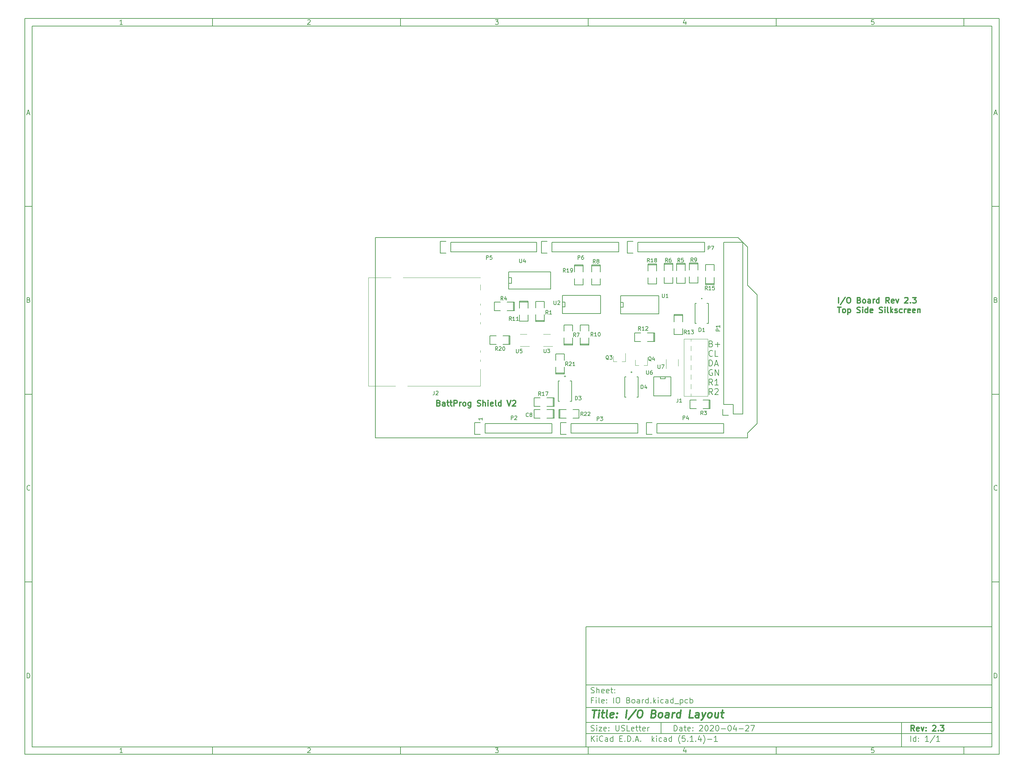
<source format=gbr>
G04 #@! TF.GenerationSoftware,KiCad,Pcbnew,(5.1.4)-1*
G04 #@! TF.CreationDate,2020-04-27T14:37:10-04:00*
G04 #@! TF.ProjectId,IO Board,494f2042-6f61-4726-942e-6b696361645f,2.3*
G04 #@! TF.SameCoordinates,Original*
G04 #@! TF.FileFunction,Legend,Top*
G04 #@! TF.FilePolarity,Positive*
%FSLAX46Y46*%
G04 Gerber Fmt 4.6, Leading zero omitted, Abs format (unit mm)*
G04 Created by KiCad (PCBNEW (5.1.4)-1) date 2020-04-27 14:37:10*
%MOMM*%
%LPD*%
G04 APERTURE LIST*
%ADD10C,0.100000*%
%ADD11C,0.150000*%
%ADD12C,0.300000*%
%ADD13C,0.400000*%
%ADD14C,0.200000*%
%ADD15C,0.120000*%
%ADD16R,2.150000X2.200000*%
%ADD17R,2.032000X1.524000*%
%ADD18R,0.800000X0.900000*%
%ADD19C,1.727200*%
%ADD20O,1.727200X1.727200*%
%ADD21O,1.727200X2.032000*%
%ADD22R,1.060000X0.650000*%
%ADD23R,0.508000X1.143000*%
%ADD24R,1.524000X2.032000*%
%ADD25R,1.500000X1.000000*%
%ADD26R,2.200000X1.200000*%
%ADD27C,1.500000*%
%ADD28R,1.143000X0.508000*%
%ADD29R,0.650000X1.060000*%
%ADD30O,3.010000X1.510000*%
G04 APERTURE END LIST*
D10*
D11*
X159400000Y-171900000D02*
X159400000Y-203900000D01*
X267400000Y-203900000D01*
X267400000Y-171900000D01*
X159400000Y-171900000D01*
D10*
D11*
X10000000Y-10000000D02*
X10000000Y-205900000D01*
X269400000Y-205900000D01*
X269400000Y-10000000D01*
X10000000Y-10000000D01*
D10*
D11*
X12000000Y-12000000D02*
X12000000Y-203900000D01*
X267400000Y-203900000D01*
X267400000Y-12000000D01*
X12000000Y-12000000D01*
D10*
D11*
X60000000Y-12000000D02*
X60000000Y-10000000D01*
D10*
D11*
X110000000Y-12000000D02*
X110000000Y-10000000D01*
D10*
D11*
X160000000Y-12000000D02*
X160000000Y-10000000D01*
D10*
D11*
X210000000Y-12000000D02*
X210000000Y-10000000D01*
D10*
D11*
X260000000Y-12000000D02*
X260000000Y-10000000D01*
D10*
D11*
X36065476Y-11588095D02*
X35322619Y-11588095D01*
X35694047Y-11588095D02*
X35694047Y-10288095D01*
X35570238Y-10473809D01*
X35446428Y-10597619D01*
X35322619Y-10659523D01*
D10*
D11*
X85322619Y-10411904D02*
X85384523Y-10350000D01*
X85508333Y-10288095D01*
X85817857Y-10288095D01*
X85941666Y-10350000D01*
X86003571Y-10411904D01*
X86065476Y-10535714D01*
X86065476Y-10659523D01*
X86003571Y-10845238D01*
X85260714Y-11588095D01*
X86065476Y-11588095D01*
D10*
D11*
X135260714Y-10288095D02*
X136065476Y-10288095D01*
X135632142Y-10783333D01*
X135817857Y-10783333D01*
X135941666Y-10845238D01*
X136003571Y-10907142D01*
X136065476Y-11030952D01*
X136065476Y-11340476D01*
X136003571Y-11464285D01*
X135941666Y-11526190D01*
X135817857Y-11588095D01*
X135446428Y-11588095D01*
X135322619Y-11526190D01*
X135260714Y-11464285D01*
D10*
D11*
X185941666Y-10721428D02*
X185941666Y-11588095D01*
X185632142Y-10226190D02*
X185322619Y-11154761D01*
X186127380Y-11154761D01*
D10*
D11*
X236003571Y-10288095D02*
X235384523Y-10288095D01*
X235322619Y-10907142D01*
X235384523Y-10845238D01*
X235508333Y-10783333D01*
X235817857Y-10783333D01*
X235941666Y-10845238D01*
X236003571Y-10907142D01*
X236065476Y-11030952D01*
X236065476Y-11340476D01*
X236003571Y-11464285D01*
X235941666Y-11526190D01*
X235817857Y-11588095D01*
X235508333Y-11588095D01*
X235384523Y-11526190D01*
X235322619Y-11464285D01*
D10*
D11*
X60000000Y-203900000D02*
X60000000Y-205900000D01*
D10*
D11*
X110000000Y-203900000D02*
X110000000Y-205900000D01*
D10*
D11*
X160000000Y-203900000D02*
X160000000Y-205900000D01*
D10*
D11*
X210000000Y-203900000D02*
X210000000Y-205900000D01*
D10*
D11*
X260000000Y-203900000D02*
X260000000Y-205900000D01*
D10*
D11*
X36065476Y-205488095D02*
X35322619Y-205488095D01*
X35694047Y-205488095D02*
X35694047Y-204188095D01*
X35570238Y-204373809D01*
X35446428Y-204497619D01*
X35322619Y-204559523D01*
D10*
D11*
X85322619Y-204311904D02*
X85384523Y-204250000D01*
X85508333Y-204188095D01*
X85817857Y-204188095D01*
X85941666Y-204250000D01*
X86003571Y-204311904D01*
X86065476Y-204435714D01*
X86065476Y-204559523D01*
X86003571Y-204745238D01*
X85260714Y-205488095D01*
X86065476Y-205488095D01*
D10*
D11*
X135260714Y-204188095D02*
X136065476Y-204188095D01*
X135632142Y-204683333D01*
X135817857Y-204683333D01*
X135941666Y-204745238D01*
X136003571Y-204807142D01*
X136065476Y-204930952D01*
X136065476Y-205240476D01*
X136003571Y-205364285D01*
X135941666Y-205426190D01*
X135817857Y-205488095D01*
X135446428Y-205488095D01*
X135322619Y-205426190D01*
X135260714Y-205364285D01*
D10*
D11*
X185941666Y-204621428D02*
X185941666Y-205488095D01*
X185632142Y-204126190D02*
X185322619Y-205054761D01*
X186127380Y-205054761D01*
D10*
D11*
X236003571Y-204188095D02*
X235384523Y-204188095D01*
X235322619Y-204807142D01*
X235384523Y-204745238D01*
X235508333Y-204683333D01*
X235817857Y-204683333D01*
X235941666Y-204745238D01*
X236003571Y-204807142D01*
X236065476Y-204930952D01*
X236065476Y-205240476D01*
X236003571Y-205364285D01*
X235941666Y-205426190D01*
X235817857Y-205488095D01*
X235508333Y-205488095D01*
X235384523Y-205426190D01*
X235322619Y-205364285D01*
D10*
D11*
X10000000Y-60000000D02*
X12000000Y-60000000D01*
D10*
D11*
X10000000Y-110000000D02*
X12000000Y-110000000D01*
D10*
D11*
X10000000Y-160000000D02*
X12000000Y-160000000D01*
D10*
D11*
X10690476Y-35216666D02*
X11309523Y-35216666D01*
X10566666Y-35588095D02*
X11000000Y-34288095D01*
X11433333Y-35588095D01*
D10*
D11*
X11092857Y-84907142D02*
X11278571Y-84969047D01*
X11340476Y-85030952D01*
X11402380Y-85154761D01*
X11402380Y-85340476D01*
X11340476Y-85464285D01*
X11278571Y-85526190D01*
X11154761Y-85588095D01*
X10659523Y-85588095D01*
X10659523Y-84288095D01*
X11092857Y-84288095D01*
X11216666Y-84350000D01*
X11278571Y-84411904D01*
X11340476Y-84535714D01*
X11340476Y-84659523D01*
X11278571Y-84783333D01*
X11216666Y-84845238D01*
X11092857Y-84907142D01*
X10659523Y-84907142D01*
D10*
D11*
X11402380Y-135464285D02*
X11340476Y-135526190D01*
X11154761Y-135588095D01*
X11030952Y-135588095D01*
X10845238Y-135526190D01*
X10721428Y-135402380D01*
X10659523Y-135278571D01*
X10597619Y-135030952D01*
X10597619Y-134845238D01*
X10659523Y-134597619D01*
X10721428Y-134473809D01*
X10845238Y-134350000D01*
X11030952Y-134288095D01*
X11154761Y-134288095D01*
X11340476Y-134350000D01*
X11402380Y-134411904D01*
D10*
D11*
X10659523Y-185588095D02*
X10659523Y-184288095D01*
X10969047Y-184288095D01*
X11154761Y-184350000D01*
X11278571Y-184473809D01*
X11340476Y-184597619D01*
X11402380Y-184845238D01*
X11402380Y-185030952D01*
X11340476Y-185278571D01*
X11278571Y-185402380D01*
X11154761Y-185526190D01*
X10969047Y-185588095D01*
X10659523Y-185588095D01*
D10*
D11*
X269400000Y-60000000D02*
X267400000Y-60000000D01*
D10*
D11*
X269400000Y-110000000D02*
X267400000Y-110000000D01*
D10*
D11*
X269400000Y-160000000D02*
X267400000Y-160000000D01*
D10*
D11*
X268090476Y-35216666D02*
X268709523Y-35216666D01*
X267966666Y-35588095D02*
X268400000Y-34288095D01*
X268833333Y-35588095D01*
D10*
D11*
X268492857Y-84907142D02*
X268678571Y-84969047D01*
X268740476Y-85030952D01*
X268802380Y-85154761D01*
X268802380Y-85340476D01*
X268740476Y-85464285D01*
X268678571Y-85526190D01*
X268554761Y-85588095D01*
X268059523Y-85588095D01*
X268059523Y-84288095D01*
X268492857Y-84288095D01*
X268616666Y-84350000D01*
X268678571Y-84411904D01*
X268740476Y-84535714D01*
X268740476Y-84659523D01*
X268678571Y-84783333D01*
X268616666Y-84845238D01*
X268492857Y-84907142D01*
X268059523Y-84907142D01*
D10*
D11*
X268802380Y-135464285D02*
X268740476Y-135526190D01*
X268554761Y-135588095D01*
X268430952Y-135588095D01*
X268245238Y-135526190D01*
X268121428Y-135402380D01*
X268059523Y-135278571D01*
X267997619Y-135030952D01*
X267997619Y-134845238D01*
X268059523Y-134597619D01*
X268121428Y-134473809D01*
X268245238Y-134350000D01*
X268430952Y-134288095D01*
X268554761Y-134288095D01*
X268740476Y-134350000D01*
X268802380Y-134411904D01*
D10*
D11*
X268059523Y-185588095D02*
X268059523Y-184288095D01*
X268369047Y-184288095D01*
X268554761Y-184350000D01*
X268678571Y-184473809D01*
X268740476Y-184597619D01*
X268802380Y-184845238D01*
X268802380Y-185030952D01*
X268740476Y-185278571D01*
X268678571Y-185402380D01*
X268554761Y-185526190D01*
X268369047Y-185588095D01*
X268059523Y-185588095D01*
D10*
D11*
X182832142Y-199678571D02*
X182832142Y-198178571D01*
X183189285Y-198178571D01*
X183403571Y-198250000D01*
X183546428Y-198392857D01*
X183617857Y-198535714D01*
X183689285Y-198821428D01*
X183689285Y-199035714D01*
X183617857Y-199321428D01*
X183546428Y-199464285D01*
X183403571Y-199607142D01*
X183189285Y-199678571D01*
X182832142Y-199678571D01*
X184975000Y-199678571D02*
X184975000Y-198892857D01*
X184903571Y-198750000D01*
X184760714Y-198678571D01*
X184475000Y-198678571D01*
X184332142Y-198750000D01*
X184975000Y-199607142D02*
X184832142Y-199678571D01*
X184475000Y-199678571D01*
X184332142Y-199607142D01*
X184260714Y-199464285D01*
X184260714Y-199321428D01*
X184332142Y-199178571D01*
X184475000Y-199107142D01*
X184832142Y-199107142D01*
X184975000Y-199035714D01*
X185475000Y-198678571D02*
X186046428Y-198678571D01*
X185689285Y-198178571D02*
X185689285Y-199464285D01*
X185760714Y-199607142D01*
X185903571Y-199678571D01*
X186046428Y-199678571D01*
X187117857Y-199607142D02*
X186975000Y-199678571D01*
X186689285Y-199678571D01*
X186546428Y-199607142D01*
X186475000Y-199464285D01*
X186475000Y-198892857D01*
X186546428Y-198750000D01*
X186689285Y-198678571D01*
X186975000Y-198678571D01*
X187117857Y-198750000D01*
X187189285Y-198892857D01*
X187189285Y-199035714D01*
X186475000Y-199178571D01*
X187832142Y-199535714D02*
X187903571Y-199607142D01*
X187832142Y-199678571D01*
X187760714Y-199607142D01*
X187832142Y-199535714D01*
X187832142Y-199678571D01*
X187832142Y-198750000D02*
X187903571Y-198821428D01*
X187832142Y-198892857D01*
X187760714Y-198821428D01*
X187832142Y-198750000D01*
X187832142Y-198892857D01*
X189617857Y-198321428D02*
X189689285Y-198250000D01*
X189832142Y-198178571D01*
X190189285Y-198178571D01*
X190332142Y-198250000D01*
X190403571Y-198321428D01*
X190475000Y-198464285D01*
X190475000Y-198607142D01*
X190403571Y-198821428D01*
X189546428Y-199678571D01*
X190475000Y-199678571D01*
X191403571Y-198178571D02*
X191546428Y-198178571D01*
X191689285Y-198250000D01*
X191760714Y-198321428D01*
X191832142Y-198464285D01*
X191903571Y-198750000D01*
X191903571Y-199107142D01*
X191832142Y-199392857D01*
X191760714Y-199535714D01*
X191689285Y-199607142D01*
X191546428Y-199678571D01*
X191403571Y-199678571D01*
X191260714Y-199607142D01*
X191189285Y-199535714D01*
X191117857Y-199392857D01*
X191046428Y-199107142D01*
X191046428Y-198750000D01*
X191117857Y-198464285D01*
X191189285Y-198321428D01*
X191260714Y-198250000D01*
X191403571Y-198178571D01*
X192475000Y-198321428D02*
X192546428Y-198250000D01*
X192689285Y-198178571D01*
X193046428Y-198178571D01*
X193189285Y-198250000D01*
X193260714Y-198321428D01*
X193332142Y-198464285D01*
X193332142Y-198607142D01*
X193260714Y-198821428D01*
X192403571Y-199678571D01*
X193332142Y-199678571D01*
X194260714Y-198178571D02*
X194403571Y-198178571D01*
X194546428Y-198250000D01*
X194617857Y-198321428D01*
X194689285Y-198464285D01*
X194760714Y-198750000D01*
X194760714Y-199107142D01*
X194689285Y-199392857D01*
X194617857Y-199535714D01*
X194546428Y-199607142D01*
X194403571Y-199678571D01*
X194260714Y-199678571D01*
X194117857Y-199607142D01*
X194046428Y-199535714D01*
X193975000Y-199392857D01*
X193903571Y-199107142D01*
X193903571Y-198750000D01*
X193975000Y-198464285D01*
X194046428Y-198321428D01*
X194117857Y-198250000D01*
X194260714Y-198178571D01*
X195403571Y-199107142D02*
X196546428Y-199107142D01*
X197546428Y-198178571D02*
X197689285Y-198178571D01*
X197832142Y-198250000D01*
X197903571Y-198321428D01*
X197975000Y-198464285D01*
X198046428Y-198750000D01*
X198046428Y-199107142D01*
X197975000Y-199392857D01*
X197903571Y-199535714D01*
X197832142Y-199607142D01*
X197689285Y-199678571D01*
X197546428Y-199678571D01*
X197403571Y-199607142D01*
X197332142Y-199535714D01*
X197260714Y-199392857D01*
X197189285Y-199107142D01*
X197189285Y-198750000D01*
X197260714Y-198464285D01*
X197332142Y-198321428D01*
X197403571Y-198250000D01*
X197546428Y-198178571D01*
X199332142Y-198678571D02*
X199332142Y-199678571D01*
X198975000Y-198107142D02*
X198617857Y-199178571D01*
X199546428Y-199178571D01*
X200117857Y-199107142D02*
X201260714Y-199107142D01*
X201903571Y-198321428D02*
X201975000Y-198250000D01*
X202117857Y-198178571D01*
X202475000Y-198178571D01*
X202617857Y-198250000D01*
X202689285Y-198321428D01*
X202760714Y-198464285D01*
X202760714Y-198607142D01*
X202689285Y-198821428D01*
X201832142Y-199678571D01*
X202760714Y-199678571D01*
X203260714Y-198178571D02*
X204260714Y-198178571D01*
X203617857Y-199678571D01*
D10*
D11*
X159400000Y-200400000D02*
X267400000Y-200400000D01*
D10*
D11*
X160832142Y-202478571D02*
X160832142Y-200978571D01*
X161689285Y-202478571D02*
X161046428Y-201621428D01*
X161689285Y-200978571D02*
X160832142Y-201835714D01*
X162332142Y-202478571D02*
X162332142Y-201478571D01*
X162332142Y-200978571D02*
X162260714Y-201050000D01*
X162332142Y-201121428D01*
X162403571Y-201050000D01*
X162332142Y-200978571D01*
X162332142Y-201121428D01*
X163903571Y-202335714D02*
X163832142Y-202407142D01*
X163617857Y-202478571D01*
X163475000Y-202478571D01*
X163260714Y-202407142D01*
X163117857Y-202264285D01*
X163046428Y-202121428D01*
X162975000Y-201835714D01*
X162975000Y-201621428D01*
X163046428Y-201335714D01*
X163117857Y-201192857D01*
X163260714Y-201050000D01*
X163475000Y-200978571D01*
X163617857Y-200978571D01*
X163832142Y-201050000D01*
X163903571Y-201121428D01*
X165189285Y-202478571D02*
X165189285Y-201692857D01*
X165117857Y-201550000D01*
X164975000Y-201478571D01*
X164689285Y-201478571D01*
X164546428Y-201550000D01*
X165189285Y-202407142D02*
X165046428Y-202478571D01*
X164689285Y-202478571D01*
X164546428Y-202407142D01*
X164475000Y-202264285D01*
X164475000Y-202121428D01*
X164546428Y-201978571D01*
X164689285Y-201907142D01*
X165046428Y-201907142D01*
X165189285Y-201835714D01*
X166546428Y-202478571D02*
X166546428Y-200978571D01*
X166546428Y-202407142D02*
X166403571Y-202478571D01*
X166117857Y-202478571D01*
X165975000Y-202407142D01*
X165903571Y-202335714D01*
X165832142Y-202192857D01*
X165832142Y-201764285D01*
X165903571Y-201621428D01*
X165975000Y-201550000D01*
X166117857Y-201478571D01*
X166403571Y-201478571D01*
X166546428Y-201550000D01*
X168403571Y-201692857D02*
X168903571Y-201692857D01*
X169117857Y-202478571D02*
X168403571Y-202478571D01*
X168403571Y-200978571D01*
X169117857Y-200978571D01*
X169760714Y-202335714D02*
X169832142Y-202407142D01*
X169760714Y-202478571D01*
X169689285Y-202407142D01*
X169760714Y-202335714D01*
X169760714Y-202478571D01*
X170475000Y-202478571D02*
X170475000Y-200978571D01*
X170832142Y-200978571D01*
X171046428Y-201050000D01*
X171189285Y-201192857D01*
X171260714Y-201335714D01*
X171332142Y-201621428D01*
X171332142Y-201835714D01*
X171260714Y-202121428D01*
X171189285Y-202264285D01*
X171046428Y-202407142D01*
X170832142Y-202478571D01*
X170475000Y-202478571D01*
X171975000Y-202335714D02*
X172046428Y-202407142D01*
X171975000Y-202478571D01*
X171903571Y-202407142D01*
X171975000Y-202335714D01*
X171975000Y-202478571D01*
X172617857Y-202050000D02*
X173332142Y-202050000D01*
X172475000Y-202478571D02*
X172975000Y-200978571D01*
X173475000Y-202478571D01*
X173975000Y-202335714D02*
X174046428Y-202407142D01*
X173975000Y-202478571D01*
X173903571Y-202407142D01*
X173975000Y-202335714D01*
X173975000Y-202478571D01*
X176975000Y-202478571D02*
X176975000Y-200978571D01*
X177117857Y-201907142D02*
X177546428Y-202478571D01*
X177546428Y-201478571D02*
X176975000Y-202050000D01*
X178189285Y-202478571D02*
X178189285Y-201478571D01*
X178189285Y-200978571D02*
X178117857Y-201050000D01*
X178189285Y-201121428D01*
X178260714Y-201050000D01*
X178189285Y-200978571D01*
X178189285Y-201121428D01*
X179546428Y-202407142D02*
X179403571Y-202478571D01*
X179117857Y-202478571D01*
X178975000Y-202407142D01*
X178903571Y-202335714D01*
X178832142Y-202192857D01*
X178832142Y-201764285D01*
X178903571Y-201621428D01*
X178975000Y-201550000D01*
X179117857Y-201478571D01*
X179403571Y-201478571D01*
X179546428Y-201550000D01*
X180832142Y-202478571D02*
X180832142Y-201692857D01*
X180760714Y-201550000D01*
X180617857Y-201478571D01*
X180332142Y-201478571D01*
X180189285Y-201550000D01*
X180832142Y-202407142D02*
X180689285Y-202478571D01*
X180332142Y-202478571D01*
X180189285Y-202407142D01*
X180117857Y-202264285D01*
X180117857Y-202121428D01*
X180189285Y-201978571D01*
X180332142Y-201907142D01*
X180689285Y-201907142D01*
X180832142Y-201835714D01*
X182189285Y-202478571D02*
X182189285Y-200978571D01*
X182189285Y-202407142D02*
X182046428Y-202478571D01*
X181760714Y-202478571D01*
X181617857Y-202407142D01*
X181546428Y-202335714D01*
X181475000Y-202192857D01*
X181475000Y-201764285D01*
X181546428Y-201621428D01*
X181617857Y-201550000D01*
X181760714Y-201478571D01*
X182046428Y-201478571D01*
X182189285Y-201550000D01*
X184475000Y-203050000D02*
X184403571Y-202978571D01*
X184260714Y-202764285D01*
X184189285Y-202621428D01*
X184117857Y-202407142D01*
X184046428Y-202050000D01*
X184046428Y-201764285D01*
X184117857Y-201407142D01*
X184189285Y-201192857D01*
X184260714Y-201050000D01*
X184403571Y-200835714D01*
X184475000Y-200764285D01*
X185760714Y-200978571D02*
X185046428Y-200978571D01*
X184975000Y-201692857D01*
X185046428Y-201621428D01*
X185189285Y-201550000D01*
X185546428Y-201550000D01*
X185689285Y-201621428D01*
X185760714Y-201692857D01*
X185832142Y-201835714D01*
X185832142Y-202192857D01*
X185760714Y-202335714D01*
X185689285Y-202407142D01*
X185546428Y-202478571D01*
X185189285Y-202478571D01*
X185046428Y-202407142D01*
X184975000Y-202335714D01*
X186475000Y-202335714D02*
X186546428Y-202407142D01*
X186475000Y-202478571D01*
X186403571Y-202407142D01*
X186475000Y-202335714D01*
X186475000Y-202478571D01*
X187975000Y-202478571D02*
X187117857Y-202478571D01*
X187546428Y-202478571D02*
X187546428Y-200978571D01*
X187403571Y-201192857D01*
X187260714Y-201335714D01*
X187117857Y-201407142D01*
X188617857Y-202335714D02*
X188689285Y-202407142D01*
X188617857Y-202478571D01*
X188546428Y-202407142D01*
X188617857Y-202335714D01*
X188617857Y-202478571D01*
X189975000Y-201478571D02*
X189975000Y-202478571D01*
X189617857Y-200907142D02*
X189260714Y-201978571D01*
X190189285Y-201978571D01*
X190617857Y-203050000D02*
X190689285Y-202978571D01*
X190832142Y-202764285D01*
X190903571Y-202621428D01*
X190975000Y-202407142D01*
X191046428Y-202050000D01*
X191046428Y-201764285D01*
X190975000Y-201407142D01*
X190903571Y-201192857D01*
X190832142Y-201050000D01*
X190689285Y-200835714D01*
X190617857Y-200764285D01*
X191760714Y-201907142D02*
X192903571Y-201907142D01*
X194403571Y-202478571D02*
X193546428Y-202478571D01*
X193975000Y-202478571D02*
X193975000Y-200978571D01*
X193832142Y-201192857D01*
X193689285Y-201335714D01*
X193546428Y-201407142D01*
D10*
D11*
X159400000Y-197400000D02*
X267400000Y-197400000D01*
D10*
D12*
X246809285Y-199678571D02*
X246309285Y-198964285D01*
X245952142Y-199678571D02*
X245952142Y-198178571D01*
X246523571Y-198178571D01*
X246666428Y-198250000D01*
X246737857Y-198321428D01*
X246809285Y-198464285D01*
X246809285Y-198678571D01*
X246737857Y-198821428D01*
X246666428Y-198892857D01*
X246523571Y-198964285D01*
X245952142Y-198964285D01*
X248023571Y-199607142D02*
X247880714Y-199678571D01*
X247595000Y-199678571D01*
X247452142Y-199607142D01*
X247380714Y-199464285D01*
X247380714Y-198892857D01*
X247452142Y-198750000D01*
X247595000Y-198678571D01*
X247880714Y-198678571D01*
X248023571Y-198750000D01*
X248095000Y-198892857D01*
X248095000Y-199035714D01*
X247380714Y-199178571D01*
X248595000Y-198678571D02*
X248952142Y-199678571D01*
X249309285Y-198678571D01*
X249880714Y-199535714D02*
X249952142Y-199607142D01*
X249880714Y-199678571D01*
X249809285Y-199607142D01*
X249880714Y-199535714D01*
X249880714Y-199678571D01*
X249880714Y-198750000D02*
X249952142Y-198821428D01*
X249880714Y-198892857D01*
X249809285Y-198821428D01*
X249880714Y-198750000D01*
X249880714Y-198892857D01*
X251666428Y-198321428D02*
X251737857Y-198250000D01*
X251880714Y-198178571D01*
X252237857Y-198178571D01*
X252380714Y-198250000D01*
X252452142Y-198321428D01*
X252523571Y-198464285D01*
X252523571Y-198607142D01*
X252452142Y-198821428D01*
X251595000Y-199678571D01*
X252523571Y-199678571D01*
X253166428Y-199535714D02*
X253237857Y-199607142D01*
X253166428Y-199678571D01*
X253095000Y-199607142D01*
X253166428Y-199535714D01*
X253166428Y-199678571D01*
X253737857Y-198178571D02*
X254666428Y-198178571D01*
X254166428Y-198750000D01*
X254380714Y-198750000D01*
X254523571Y-198821428D01*
X254595000Y-198892857D01*
X254666428Y-199035714D01*
X254666428Y-199392857D01*
X254595000Y-199535714D01*
X254523571Y-199607142D01*
X254380714Y-199678571D01*
X253952142Y-199678571D01*
X253809285Y-199607142D01*
X253737857Y-199535714D01*
D10*
D11*
X160760714Y-199607142D02*
X160975000Y-199678571D01*
X161332142Y-199678571D01*
X161475000Y-199607142D01*
X161546428Y-199535714D01*
X161617857Y-199392857D01*
X161617857Y-199250000D01*
X161546428Y-199107142D01*
X161475000Y-199035714D01*
X161332142Y-198964285D01*
X161046428Y-198892857D01*
X160903571Y-198821428D01*
X160832142Y-198750000D01*
X160760714Y-198607142D01*
X160760714Y-198464285D01*
X160832142Y-198321428D01*
X160903571Y-198250000D01*
X161046428Y-198178571D01*
X161403571Y-198178571D01*
X161617857Y-198250000D01*
X162260714Y-199678571D02*
X162260714Y-198678571D01*
X162260714Y-198178571D02*
X162189285Y-198250000D01*
X162260714Y-198321428D01*
X162332142Y-198250000D01*
X162260714Y-198178571D01*
X162260714Y-198321428D01*
X162832142Y-198678571D02*
X163617857Y-198678571D01*
X162832142Y-199678571D01*
X163617857Y-199678571D01*
X164760714Y-199607142D02*
X164617857Y-199678571D01*
X164332142Y-199678571D01*
X164189285Y-199607142D01*
X164117857Y-199464285D01*
X164117857Y-198892857D01*
X164189285Y-198750000D01*
X164332142Y-198678571D01*
X164617857Y-198678571D01*
X164760714Y-198750000D01*
X164832142Y-198892857D01*
X164832142Y-199035714D01*
X164117857Y-199178571D01*
X165475000Y-199535714D02*
X165546428Y-199607142D01*
X165475000Y-199678571D01*
X165403571Y-199607142D01*
X165475000Y-199535714D01*
X165475000Y-199678571D01*
X165475000Y-198750000D02*
X165546428Y-198821428D01*
X165475000Y-198892857D01*
X165403571Y-198821428D01*
X165475000Y-198750000D01*
X165475000Y-198892857D01*
X167332142Y-198178571D02*
X167332142Y-199392857D01*
X167403571Y-199535714D01*
X167475000Y-199607142D01*
X167617857Y-199678571D01*
X167903571Y-199678571D01*
X168046428Y-199607142D01*
X168117857Y-199535714D01*
X168189285Y-199392857D01*
X168189285Y-198178571D01*
X168832142Y-199607142D02*
X169046428Y-199678571D01*
X169403571Y-199678571D01*
X169546428Y-199607142D01*
X169617857Y-199535714D01*
X169689285Y-199392857D01*
X169689285Y-199250000D01*
X169617857Y-199107142D01*
X169546428Y-199035714D01*
X169403571Y-198964285D01*
X169117857Y-198892857D01*
X168975000Y-198821428D01*
X168903571Y-198750000D01*
X168832142Y-198607142D01*
X168832142Y-198464285D01*
X168903571Y-198321428D01*
X168975000Y-198250000D01*
X169117857Y-198178571D01*
X169475000Y-198178571D01*
X169689285Y-198250000D01*
X171046428Y-199678571D02*
X170332142Y-199678571D01*
X170332142Y-198178571D01*
X172117857Y-199607142D02*
X171975000Y-199678571D01*
X171689285Y-199678571D01*
X171546428Y-199607142D01*
X171475000Y-199464285D01*
X171475000Y-198892857D01*
X171546428Y-198750000D01*
X171689285Y-198678571D01*
X171975000Y-198678571D01*
X172117857Y-198750000D01*
X172189285Y-198892857D01*
X172189285Y-199035714D01*
X171475000Y-199178571D01*
X172617857Y-198678571D02*
X173189285Y-198678571D01*
X172832142Y-198178571D02*
X172832142Y-199464285D01*
X172903571Y-199607142D01*
X173046428Y-199678571D01*
X173189285Y-199678571D01*
X173475000Y-198678571D02*
X174046428Y-198678571D01*
X173689285Y-198178571D02*
X173689285Y-199464285D01*
X173760714Y-199607142D01*
X173903571Y-199678571D01*
X174046428Y-199678571D01*
X175117857Y-199607142D02*
X174975000Y-199678571D01*
X174689285Y-199678571D01*
X174546428Y-199607142D01*
X174475000Y-199464285D01*
X174475000Y-198892857D01*
X174546428Y-198750000D01*
X174689285Y-198678571D01*
X174975000Y-198678571D01*
X175117857Y-198750000D01*
X175189285Y-198892857D01*
X175189285Y-199035714D01*
X174475000Y-199178571D01*
X175832142Y-199678571D02*
X175832142Y-198678571D01*
X175832142Y-198964285D02*
X175903571Y-198821428D01*
X175975000Y-198750000D01*
X176117857Y-198678571D01*
X176260714Y-198678571D01*
D10*
D11*
X245832142Y-202478571D02*
X245832142Y-200978571D01*
X247189285Y-202478571D02*
X247189285Y-200978571D01*
X247189285Y-202407142D02*
X247046428Y-202478571D01*
X246760714Y-202478571D01*
X246617857Y-202407142D01*
X246546428Y-202335714D01*
X246475000Y-202192857D01*
X246475000Y-201764285D01*
X246546428Y-201621428D01*
X246617857Y-201550000D01*
X246760714Y-201478571D01*
X247046428Y-201478571D01*
X247189285Y-201550000D01*
X247903571Y-202335714D02*
X247975000Y-202407142D01*
X247903571Y-202478571D01*
X247832142Y-202407142D01*
X247903571Y-202335714D01*
X247903571Y-202478571D01*
X247903571Y-201550000D02*
X247975000Y-201621428D01*
X247903571Y-201692857D01*
X247832142Y-201621428D01*
X247903571Y-201550000D01*
X247903571Y-201692857D01*
X250546428Y-202478571D02*
X249689285Y-202478571D01*
X250117857Y-202478571D02*
X250117857Y-200978571D01*
X249975000Y-201192857D01*
X249832142Y-201335714D01*
X249689285Y-201407142D01*
X252260714Y-200907142D02*
X250975000Y-202835714D01*
X253546428Y-202478571D02*
X252689285Y-202478571D01*
X253117857Y-202478571D02*
X253117857Y-200978571D01*
X252975000Y-201192857D01*
X252832142Y-201335714D01*
X252689285Y-201407142D01*
D10*
D11*
X159400000Y-193400000D02*
X267400000Y-193400000D01*
D10*
D13*
X161112380Y-194104761D02*
X162255238Y-194104761D01*
X161433809Y-196104761D02*
X161683809Y-194104761D01*
X162671904Y-196104761D02*
X162838571Y-194771428D01*
X162921904Y-194104761D02*
X162814761Y-194200000D01*
X162898095Y-194295238D01*
X163005238Y-194200000D01*
X162921904Y-194104761D01*
X162898095Y-194295238D01*
X163505238Y-194771428D02*
X164267142Y-194771428D01*
X163874285Y-194104761D02*
X163660000Y-195819047D01*
X163731428Y-196009523D01*
X163910000Y-196104761D01*
X164100476Y-196104761D01*
X165052857Y-196104761D02*
X164874285Y-196009523D01*
X164802857Y-195819047D01*
X165017142Y-194104761D01*
X166588571Y-196009523D02*
X166386190Y-196104761D01*
X166005238Y-196104761D01*
X165826666Y-196009523D01*
X165755238Y-195819047D01*
X165850476Y-195057142D01*
X165969523Y-194866666D01*
X166171904Y-194771428D01*
X166552857Y-194771428D01*
X166731428Y-194866666D01*
X166802857Y-195057142D01*
X166779047Y-195247619D01*
X165802857Y-195438095D01*
X167552857Y-195914285D02*
X167636190Y-196009523D01*
X167529047Y-196104761D01*
X167445714Y-196009523D01*
X167552857Y-195914285D01*
X167529047Y-196104761D01*
X167683809Y-194866666D02*
X167767142Y-194961904D01*
X167660000Y-195057142D01*
X167576666Y-194961904D01*
X167683809Y-194866666D01*
X167660000Y-195057142D01*
X170005238Y-196104761D02*
X170255238Y-194104761D01*
X172648095Y-194009523D02*
X170612380Y-196580952D01*
X173683809Y-194104761D02*
X174064761Y-194104761D01*
X174243333Y-194200000D01*
X174410000Y-194390476D01*
X174457619Y-194771428D01*
X174374285Y-195438095D01*
X174231428Y-195819047D01*
X174017142Y-196009523D01*
X173814761Y-196104761D01*
X173433809Y-196104761D01*
X173255238Y-196009523D01*
X173088571Y-195819047D01*
X173040952Y-195438095D01*
X173124285Y-194771428D01*
X173267142Y-194390476D01*
X173481428Y-194200000D01*
X173683809Y-194104761D01*
X177469523Y-195057142D02*
X177743333Y-195152380D01*
X177826666Y-195247619D01*
X177898095Y-195438095D01*
X177862380Y-195723809D01*
X177743333Y-195914285D01*
X177636190Y-196009523D01*
X177433809Y-196104761D01*
X176671904Y-196104761D01*
X176921904Y-194104761D01*
X177588571Y-194104761D01*
X177767142Y-194200000D01*
X177850476Y-194295238D01*
X177921904Y-194485714D01*
X177898095Y-194676190D01*
X177779047Y-194866666D01*
X177671904Y-194961904D01*
X177469523Y-195057142D01*
X176802857Y-195057142D01*
X178957619Y-196104761D02*
X178779047Y-196009523D01*
X178695714Y-195914285D01*
X178624285Y-195723809D01*
X178695714Y-195152380D01*
X178814761Y-194961904D01*
X178921904Y-194866666D01*
X179124285Y-194771428D01*
X179410000Y-194771428D01*
X179588571Y-194866666D01*
X179671904Y-194961904D01*
X179743333Y-195152380D01*
X179671904Y-195723809D01*
X179552857Y-195914285D01*
X179445714Y-196009523D01*
X179243333Y-196104761D01*
X178957619Y-196104761D01*
X181338571Y-196104761D02*
X181469523Y-195057142D01*
X181398095Y-194866666D01*
X181219523Y-194771428D01*
X180838571Y-194771428D01*
X180636190Y-194866666D01*
X181350476Y-196009523D02*
X181148095Y-196104761D01*
X180671904Y-196104761D01*
X180493333Y-196009523D01*
X180421904Y-195819047D01*
X180445714Y-195628571D01*
X180564761Y-195438095D01*
X180767142Y-195342857D01*
X181243333Y-195342857D01*
X181445714Y-195247619D01*
X182290952Y-196104761D02*
X182457619Y-194771428D01*
X182410000Y-195152380D02*
X182529047Y-194961904D01*
X182636190Y-194866666D01*
X182838571Y-194771428D01*
X183029047Y-194771428D01*
X184386190Y-196104761D02*
X184636190Y-194104761D01*
X184398095Y-196009523D02*
X184195714Y-196104761D01*
X183814761Y-196104761D01*
X183636190Y-196009523D01*
X183552857Y-195914285D01*
X183481428Y-195723809D01*
X183552857Y-195152380D01*
X183671904Y-194961904D01*
X183779047Y-194866666D01*
X183981428Y-194771428D01*
X184362380Y-194771428D01*
X184540952Y-194866666D01*
X187814761Y-196104761D02*
X186862380Y-196104761D01*
X187112380Y-194104761D01*
X189338571Y-196104761D02*
X189469523Y-195057142D01*
X189398095Y-194866666D01*
X189219523Y-194771428D01*
X188838571Y-194771428D01*
X188636190Y-194866666D01*
X189350476Y-196009523D02*
X189148095Y-196104761D01*
X188671904Y-196104761D01*
X188493333Y-196009523D01*
X188421904Y-195819047D01*
X188445714Y-195628571D01*
X188564761Y-195438095D01*
X188767142Y-195342857D01*
X189243333Y-195342857D01*
X189445714Y-195247619D01*
X190267142Y-194771428D02*
X190576666Y-196104761D01*
X191219523Y-194771428D02*
X190576666Y-196104761D01*
X190326666Y-196580952D01*
X190219523Y-196676190D01*
X190017142Y-196771428D01*
X192100476Y-196104761D02*
X191921904Y-196009523D01*
X191838571Y-195914285D01*
X191767142Y-195723809D01*
X191838571Y-195152380D01*
X191957619Y-194961904D01*
X192064761Y-194866666D01*
X192267142Y-194771428D01*
X192552857Y-194771428D01*
X192731428Y-194866666D01*
X192814761Y-194961904D01*
X192886190Y-195152380D01*
X192814761Y-195723809D01*
X192695714Y-195914285D01*
X192588571Y-196009523D01*
X192386190Y-196104761D01*
X192100476Y-196104761D01*
X194648095Y-194771428D02*
X194481428Y-196104761D01*
X193790952Y-194771428D02*
X193660000Y-195819047D01*
X193731428Y-196009523D01*
X193910000Y-196104761D01*
X194195714Y-196104761D01*
X194398095Y-196009523D01*
X194505238Y-195914285D01*
X195314761Y-194771428D02*
X196076666Y-194771428D01*
X195683809Y-194104761D02*
X195469523Y-195819047D01*
X195540952Y-196009523D01*
X195719523Y-196104761D01*
X195910000Y-196104761D01*
D10*
D11*
X161332142Y-191492857D02*
X160832142Y-191492857D01*
X160832142Y-192278571D02*
X160832142Y-190778571D01*
X161546428Y-190778571D01*
X162117857Y-192278571D02*
X162117857Y-191278571D01*
X162117857Y-190778571D02*
X162046428Y-190850000D01*
X162117857Y-190921428D01*
X162189285Y-190850000D01*
X162117857Y-190778571D01*
X162117857Y-190921428D01*
X163046428Y-192278571D02*
X162903571Y-192207142D01*
X162832142Y-192064285D01*
X162832142Y-190778571D01*
X164189285Y-192207142D02*
X164046428Y-192278571D01*
X163760714Y-192278571D01*
X163617857Y-192207142D01*
X163546428Y-192064285D01*
X163546428Y-191492857D01*
X163617857Y-191350000D01*
X163760714Y-191278571D01*
X164046428Y-191278571D01*
X164189285Y-191350000D01*
X164260714Y-191492857D01*
X164260714Y-191635714D01*
X163546428Y-191778571D01*
X164903571Y-192135714D02*
X164975000Y-192207142D01*
X164903571Y-192278571D01*
X164832142Y-192207142D01*
X164903571Y-192135714D01*
X164903571Y-192278571D01*
X164903571Y-191350000D02*
X164975000Y-191421428D01*
X164903571Y-191492857D01*
X164832142Y-191421428D01*
X164903571Y-191350000D01*
X164903571Y-191492857D01*
X166760714Y-192278571D02*
X166760714Y-190778571D01*
X167760714Y-190778571D02*
X168046428Y-190778571D01*
X168189285Y-190850000D01*
X168332142Y-190992857D01*
X168403571Y-191278571D01*
X168403571Y-191778571D01*
X168332142Y-192064285D01*
X168189285Y-192207142D01*
X168046428Y-192278571D01*
X167760714Y-192278571D01*
X167617857Y-192207142D01*
X167475000Y-192064285D01*
X167403571Y-191778571D01*
X167403571Y-191278571D01*
X167475000Y-190992857D01*
X167617857Y-190850000D01*
X167760714Y-190778571D01*
X170689285Y-191492857D02*
X170903571Y-191564285D01*
X170975000Y-191635714D01*
X171046428Y-191778571D01*
X171046428Y-191992857D01*
X170975000Y-192135714D01*
X170903571Y-192207142D01*
X170760714Y-192278571D01*
X170189285Y-192278571D01*
X170189285Y-190778571D01*
X170689285Y-190778571D01*
X170832142Y-190850000D01*
X170903571Y-190921428D01*
X170975000Y-191064285D01*
X170975000Y-191207142D01*
X170903571Y-191350000D01*
X170832142Y-191421428D01*
X170689285Y-191492857D01*
X170189285Y-191492857D01*
X171903571Y-192278571D02*
X171760714Y-192207142D01*
X171689285Y-192135714D01*
X171617857Y-191992857D01*
X171617857Y-191564285D01*
X171689285Y-191421428D01*
X171760714Y-191350000D01*
X171903571Y-191278571D01*
X172117857Y-191278571D01*
X172260714Y-191350000D01*
X172332142Y-191421428D01*
X172403571Y-191564285D01*
X172403571Y-191992857D01*
X172332142Y-192135714D01*
X172260714Y-192207142D01*
X172117857Y-192278571D01*
X171903571Y-192278571D01*
X173689285Y-192278571D02*
X173689285Y-191492857D01*
X173617857Y-191350000D01*
X173475000Y-191278571D01*
X173189285Y-191278571D01*
X173046428Y-191350000D01*
X173689285Y-192207142D02*
X173546428Y-192278571D01*
X173189285Y-192278571D01*
X173046428Y-192207142D01*
X172975000Y-192064285D01*
X172975000Y-191921428D01*
X173046428Y-191778571D01*
X173189285Y-191707142D01*
X173546428Y-191707142D01*
X173689285Y-191635714D01*
X174403571Y-192278571D02*
X174403571Y-191278571D01*
X174403571Y-191564285D02*
X174475000Y-191421428D01*
X174546428Y-191350000D01*
X174689285Y-191278571D01*
X174832142Y-191278571D01*
X175975000Y-192278571D02*
X175975000Y-190778571D01*
X175975000Y-192207142D02*
X175832142Y-192278571D01*
X175546428Y-192278571D01*
X175403571Y-192207142D01*
X175332142Y-192135714D01*
X175260714Y-191992857D01*
X175260714Y-191564285D01*
X175332142Y-191421428D01*
X175403571Y-191350000D01*
X175546428Y-191278571D01*
X175832142Y-191278571D01*
X175975000Y-191350000D01*
X176689285Y-192135714D02*
X176760714Y-192207142D01*
X176689285Y-192278571D01*
X176617857Y-192207142D01*
X176689285Y-192135714D01*
X176689285Y-192278571D01*
X177403571Y-192278571D02*
X177403571Y-190778571D01*
X177546428Y-191707142D02*
X177975000Y-192278571D01*
X177975000Y-191278571D02*
X177403571Y-191850000D01*
X178617857Y-192278571D02*
X178617857Y-191278571D01*
X178617857Y-190778571D02*
X178546428Y-190850000D01*
X178617857Y-190921428D01*
X178689285Y-190850000D01*
X178617857Y-190778571D01*
X178617857Y-190921428D01*
X179975000Y-192207142D02*
X179832142Y-192278571D01*
X179546428Y-192278571D01*
X179403571Y-192207142D01*
X179332142Y-192135714D01*
X179260714Y-191992857D01*
X179260714Y-191564285D01*
X179332142Y-191421428D01*
X179403571Y-191350000D01*
X179546428Y-191278571D01*
X179832142Y-191278571D01*
X179975000Y-191350000D01*
X181260714Y-192278571D02*
X181260714Y-191492857D01*
X181189285Y-191350000D01*
X181046428Y-191278571D01*
X180760714Y-191278571D01*
X180617857Y-191350000D01*
X181260714Y-192207142D02*
X181117857Y-192278571D01*
X180760714Y-192278571D01*
X180617857Y-192207142D01*
X180546428Y-192064285D01*
X180546428Y-191921428D01*
X180617857Y-191778571D01*
X180760714Y-191707142D01*
X181117857Y-191707142D01*
X181260714Y-191635714D01*
X182617857Y-192278571D02*
X182617857Y-190778571D01*
X182617857Y-192207142D02*
X182475000Y-192278571D01*
X182189285Y-192278571D01*
X182046428Y-192207142D01*
X181975000Y-192135714D01*
X181903571Y-191992857D01*
X181903571Y-191564285D01*
X181975000Y-191421428D01*
X182046428Y-191350000D01*
X182189285Y-191278571D01*
X182475000Y-191278571D01*
X182617857Y-191350000D01*
X182975000Y-192421428D02*
X184117857Y-192421428D01*
X184475000Y-191278571D02*
X184475000Y-192778571D01*
X184475000Y-191350000D02*
X184617857Y-191278571D01*
X184903571Y-191278571D01*
X185046428Y-191350000D01*
X185117857Y-191421428D01*
X185189285Y-191564285D01*
X185189285Y-191992857D01*
X185117857Y-192135714D01*
X185046428Y-192207142D01*
X184903571Y-192278571D01*
X184617857Y-192278571D01*
X184475000Y-192207142D01*
X186475000Y-192207142D02*
X186332142Y-192278571D01*
X186046428Y-192278571D01*
X185903571Y-192207142D01*
X185832142Y-192135714D01*
X185760714Y-191992857D01*
X185760714Y-191564285D01*
X185832142Y-191421428D01*
X185903571Y-191350000D01*
X186046428Y-191278571D01*
X186332142Y-191278571D01*
X186475000Y-191350000D01*
X187117857Y-192278571D02*
X187117857Y-190778571D01*
X187117857Y-191350000D02*
X187260714Y-191278571D01*
X187546428Y-191278571D01*
X187689285Y-191350000D01*
X187760714Y-191421428D01*
X187832142Y-191564285D01*
X187832142Y-191992857D01*
X187760714Y-192135714D01*
X187689285Y-192207142D01*
X187546428Y-192278571D01*
X187260714Y-192278571D01*
X187117857Y-192207142D01*
D10*
D11*
X159400000Y-187400000D02*
X267400000Y-187400000D01*
D10*
D11*
X160760714Y-189507142D02*
X160975000Y-189578571D01*
X161332142Y-189578571D01*
X161475000Y-189507142D01*
X161546428Y-189435714D01*
X161617857Y-189292857D01*
X161617857Y-189150000D01*
X161546428Y-189007142D01*
X161475000Y-188935714D01*
X161332142Y-188864285D01*
X161046428Y-188792857D01*
X160903571Y-188721428D01*
X160832142Y-188650000D01*
X160760714Y-188507142D01*
X160760714Y-188364285D01*
X160832142Y-188221428D01*
X160903571Y-188150000D01*
X161046428Y-188078571D01*
X161403571Y-188078571D01*
X161617857Y-188150000D01*
X162260714Y-189578571D02*
X162260714Y-188078571D01*
X162903571Y-189578571D02*
X162903571Y-188792857D01*
X162832142Y-188650000D01*
X162689285Y-188578571D01*
X162475000Y-188578571D01*
X162332142Y-188650000D01*
X162260714Y-188721428D01*
X164189285Y-189507142D02*
X164046428Y-189578571D01*
X163760714Y-189578571D01*
X163617857Y-189507142D01*
X163546428Y-189364285D01*
X163546428Y-188792857D01*
X163617857Y-188650000D01*
X163760714Y-188578571D01*
X164046428Y-188578571D01*
X164189285Y-188650000D01*
X164260714Y-188792857D01*
X164260714Y-188935714D01*
X163546428Y-189078571D01*
X165475000Y-189507142D02*
X165332142Y-189578571D01*
X165046428Y-189578571D01*
X164903571Y-189507142D01*
X164832142Y-189364285D01*
X164832142Y-188792857D01*
X164903571Y-188650000D01*
X165046428Y-188578571D01*
X165332142Y-188578571D01*
X165475000Y-188650000D01*
X165546428Y-188792857D01*
X165546428Y-188935714D01*
X164832142Y-189078571D01*
X165975000Y-188578571D02*
X166546428Y-188578571D01*
X166189285Y-188078571D02*
X166189285Y-189364285D01*
X166260714Y-189507142D01*
X166403571Y-189578571D01*
X166546428Y-189578571D01*
X167046428Y-189435714D02*
X167117857Y-189507142D01*
X167046428Y-189578571D01*
X166975000Y-189507142D01*
X167046428Y-189435714D01*
X167046428Y-189578571D01*
X167046428Y-188650000D02*
X167117857Y-188721428D01*
X167046428Y-188792857D01*
X166975000Y-188721428D01*
X167046428Y-188650000D01*
X167046428Y-188792857D01*
D10*
D11*
X179400000Y-197400000D02*
X179400000Y-200400000D01*
D10*
D11*
X243400000Y-197400000D02*
X243400000Y-203900000D01*
D12*
X226612142Y-85763571D02*
X226612142Y-84263571D01*
X228397857Y-84192142D02*
X227112142Y-86120714D01*
X229183571Y-84263571D02*
X229469285Y-84263571D01*
X229612142Y-84335000D01*
X229755000Y-84477857D01*
X229826428Y-84763571D01*
X229826428Y-85263571D01*
X229755000Y-85549285D01*
X229612142Y-85692142D01*
X229469285Y-85763571D01*
X229183571Y-85763571D01*
X229040714Y-85692142D01*
X228897857Y-85549285D01*
X228826428Y-85263571D01*
X228826428Y-84763571D01*
X228897857Y-84477857D01*
X229040714Y-84335000D01*
X229183571Y-84263571D01*
X232112142Y-84977857D02*
X232326428Y-85049285D01*
X232397857Y-85120714D01*
X232469285Y-85263571D01*
X232469285Y-85477857D01*
X232397857Y-85620714D01*
X232326428Y-85692142D01*
X232183571Y-85763571D01*
X231612142Y-85763571D01*
X231612142Y-84263571D01*
X232112142Y-84263571D01*
X232255000Y-84335000D01*
X232326428Y-84406428D01*
X232397857Y-84549285D01*
X232397857Y-84692142D01*
X232326428Y-84835000D01*
X232255000Y-84906428D01*
X232112142Y-84977857D01*
X231612142Y-84977857D01*
X233326428Y-85763571D02*
X233183571Y-85692142D01*
X233112142Y-85620714D01*
X233040714Y-85477857D01*
X233040714Y-85049285D01*
X233112142Y-84906428D01*
X233183571Y-84835000D01*
X233326428Y-84763571D01*
X233540714Y-84763571D01*
X233683571Y-84835000D01*
X233755000Y-84906428D01*
X233826428Y-85049285D01*
X233826428Y-85477857D01*
X233755000Y-85620714D01*
X233683571Y-85692142D01*
X233540714Y-85763571D01*
X233326428Y-85763571D01*
X235112142Y-85763571D02*
X235112142Y-84977857D01*
X235040714Y-84835000D01*
X234897857Y-84763571D01*
X234612142Y-84763571D01*
X234469285Y-84835000D01*
X235112142Y-85692142D02*
X234969285Y-85763571D01*
X234612142Y-85763571D01*
X234469285Y-85692142D01*
X234397857Y-85549285D01*
X234397857Y-85406428D01*
X234469285Y-85263571D01*
X234612142Y-85192142D01*
X234969285Y-85192142D01*
X235112142Y-85120714D01*
X235826428Y-85763571D02*
X235826428Y-84763571D01*
X235826428Y-85049285D02*
X235897857Y-84906428D01*
X235969285Y-84835000D01*
X236112142Y-84763571D01*
X236255000Y-84763571D01*
X237397857Y-85763571D02*
X237397857Y-84263571D01*
X237397857Y-85692142D02*
X237255000Y-85763571D01*
X236969285Y-85763571D01*
X236826428Y-85692142D01*
X236755000Y-85620714D01*
X236683571Y-85477857D01*
X236683571Y-85049285D01*
X236755000Y-84906428D01*
X236826428Y-84835000D01*
X236969285Y-84763571D01*
X237255000Y-84763571D01*
X237397857Y-84835000D01*
X240112142Y-85763571D02*
X239612142Y-85049285D01*
X239255000Y-85763571D02*
X239255000Y-84263571D01*
X239826428Y-84263571D01*
X239969285Y-84335000D01*
X240040714Y-84406428D01*
X240112142Y-84549285D01*
X240112142Y-84763571D01*
X240040714Y-84906428D01*
X239969285Y-84977857D01*
X239826428Y-85049285D01*
X239255000Y-85049285D01*
X241326428Y-85692142D02*
X241183571Y-85763571D01*
X240897857Y-85763571D01*
X240755000Y-85692142D01*
X240683571Y-85549285D01*
X240683571Y-84977857D01*
X240755000Y-84835000D01*
X240897857Y-84763571D01*
X241183571Y-84763571D01*
X241326428Y-84835000D01*
X241397857Y-84977857D01*
X241397857Y-85120714D01*
X240683571Y-85263571D01*
X241897857Y-84763571D02*
X242255000Y-85763571D01*
X242612142Y-84763571D01*
X244255000Y-84406428D02*
X244326428Y-84335000D01*
X244469285Y-84263571D01*
X244826428Y-84263571D01*
X244969285Y-84335000D01*
X245040714Y-84406428D01*
X245112142Y-84549285D01*
X245112142Y-84692142D01*
X245040714Y-84906428D01*
X244183571Y-85763571D01*
X245112142Y-85763571D01*
X245755000Y-85620714D02*
X245826428Y-85692142D01*
X245755000Y-85763571D01*
X245683571Y-85692142D01*
X245755000Y-85620714D01*
X245755000Y-85763571D01*
X246326428Y-84263571D02*
X247255000Y-84263571D01*
X246755000Y-84835000D01*
X246969285Y-84835000D01*
X247112142Y-84906428D01*
X247183571Y-84977857D01*
X247255000Y-85120714D01*
X247255000Y-85477857D01*
X247183571Y-85620714D01*
X247112142Y-85692142D01*
X246969285Y-85763571D01*
X246540714Y-85763571D01*
X246397857Y-85692142D01*
X246326428Y-85620714D01*
X226397857Y-86813571D02*
X227255000Y-86813571D01*
X226826428Y-88313571D02*
X226826428Y-86813571D01*
X227969285Y-88313571D02*
X227826428Y-88242142D01*
X227755000Y-88170714D01*
X227683571Y-88027857D01*
X227683571Y-87599285D01*
X227755000Y-87456428D01*
X227826428Y-87385000D01*
X227969285Y-87313571D01*
X228183571Y-87313571D01*
X228326428Y-87385000D01*
X228397857Y-87456428D01*
X228469285Y-87599285D01*
X228469285Y-88027857D01*
X228397857Y-88170714D01*
X228326428Y-88242142D01*
X228183571Y-88313571D01*
X227969285Y-88313571D01*
X229112142Y-87313571D02*
X229112142Y-88813571D01*
X229112142Y-87385000D02*
X229255000Y-87313571D01*
X229540714Y-87313571D01*
X229683571Y-87385000D01*
X229755000Y-87456428D01*
X229826428Y-87599285D01*
X229826428Y-88027857D01*
X229755000Y-88170714D01*
X229683571Y-88242142D01*
X229540714Y-88313571D01*
X229255000Y-88313571D01*
X229112142Y-88242142D01*
X231540714Y-88242142D02*
X231755000Y-88313571D01*
X232112142Y-88313571D01*
X232255000Y-88242142D01*
X232326428Y-88170714D01*
X232397857Y-88027857D01*
X232397857Y-87885000D01*
X232326428Y-87742142D01*
X232255000Y-87670714D01*
X232112142Y-87599285D01*
X231826428Y-87527857D01*
X231683571Y-87456428D01*
X231612142Y-87385000D01*
X231540714Y-87242142D01*
X231540714Y-87099285D01*
X231612142Y-86956428D01*
X231683571Y-86885000D01*
X231826428Y-86813571D01*
X232183571Y-86813571D01*
X232397857Y-86885000D01*
X233040714Y-88313571D02*
X233040714Y-87313571D01*
X233040714Y-86813571D02*
X232969285Y-86885000D01*
X233040714Y-86956428D01*
X233112142Y-86885000D01*
X233040714Y-86813571D01*
X233040714Y-86956428D01*
X234397857Y-88313571D02*
X234397857Y-86813571D01*
X234397857Y-88242142D02*
X234255000Y-88313571D01*
X233969285Y-88313571D01*
X233826428Y-88242142D01*
X233755000Y-88170714D01*
X233683571Y-88027857D01*
X233683571Y-87599285D01*
X233755000Y-87456428D01*
X233826428Y-87385000D01*
X233969285Y-87313571D01*
X234255000Y-87313571D01*
X234397857Y-87385000D01*
X235683571Y-88242142D02*
X235540714Y-88313571D01*
X235255000Y-88313571D01*
X235112142Y-88242142D01*
X235040714Y-88099285D01*
X235040714Y-87527857D01*
X235112142Y-87385000D01*
X235255000Y-87313571D01*
X235540714Y-87313571D01*
X235683571Y-87385000D01*
X235755000Y-87527857D01*
X235755000Y-87670714D01*
X235040714Y-87813571D01*
X237469285Y-88242142D02*
X237683571Y-88313571D01*
X238040714Y-88313571D01*
X238183571Y-88242142D01*
X238255000Y-88170714D01*
X238326428Y-88027857D01*
X238326428Y-87885000D01*
X238255000Y-87742142D01*
X238183571Y-87670714D01*
X238040714Y-87599285D01*
X237755000Y-87527857D01*
X237612142Y-87456428D01*
X237540714Y-87385000D01*
X237469285Y-87242142D01*
X237469285Y-87099285D01*
X237540714Y-86956428D01*
X237612142Y-86885000D01*
X237755000Y-86813571D01*
X238112142Y-86813571D01*
X238326428Y-86885000D01*
X238969285Y-88313571D02*
X238969285Y-87313571D01*
X238969285Y-86813571D02*
X238897857Y-86885000D01*
X238969285Y-86956428D01*
X239040714Y-86885000D01*
X238969285Y-86813571D01*
X238969285Y-86956428D01*
X239897857Y-88313571D02*
X239755000Y-88242142D01*
X239683571Y-88099285D01*
X239683571Y-86813571D01*
X240469285Y-88313571D02*
X240469285Y-86813571D01*
X240612142Y-87742142D02*
X241040714Y-88313571D01*
X241040714Y-87313571D02*
X240469285Y-87885000D01*
X241612142Y-88242142D02*
X241755000Y-88313571D01*
X242040714Y-88313571D01*
X242183571Y-88242142D01*
X242255000Y-88099285D01*
X242255000Y-88027857D01*
X242183571Y-87885000D01*
X242040714Y-87813571D01*
X241826428Y-87813571D01*
X241683571Y-87742142D01*
X241612142Y-87599285D01*
X241612142Y-87527857D01*
X241683571Y-87385000D01*
X241826428Y-87313571D01*
X242040714Y-87313571D01*
X242183571Y-87385000D01*
X243540714Y-88242142D02*
X243397857Y-88313571D01*
X243112142Y-88313571D01*
X242969285Y-88242142D01*
X242897857Y-88170714D01*
X242826428Y-88027857D01*
X242826428Y-87599285D01*
X242897857Y-87456428D01*
X242969285Y-87385000D01*
X243112142Y-87313571D01*
X243397857Y-87313571D01*
X243540714Y-87385000D01*
X244183571Y-88313571D02*
X244183571Y-87313571D01*
X244183571Y-87599285D02*
X244255000Y-87456428D01*
X244326428Y-87385000D01*
X244469285Y-87313571D01*
X244612142Y-87313571D01*
X245683571Y-88242142D02*
X245540714Y-88313571D01*
X245255000Y-88313571D01*
X245112142Y-88242142D01*
X245040714Y-88099285D01*
X245040714Y-87527857D01*
X245112142Y-87385000D01*
X245255000Y-87313571D01*
X245540714Y-87313571D01*
X245683571Y-87385000D01*
X245755000Y-87527857D01*
X245755000Y-87670714D01*
X245040714Y-87813571D01*
X246969285Y-88242142D02*
X246826428Y-88313571D01*
X246540714Y-88313571D01*
X246397857Y-88242142D01*
X246326428Y-88099285D01*
X246326428Y-87527857D01*
X246397857Y-87385000D01*
X246540714Y-87313571D01*
X246826428Y-87313571D01*
X246969285Y-87385000D01*
X247040714Y-87527857D01*
X247040714Y-87670714D01*
X246326428Y-87813571D01*
X247683571Y-87313571D02*
X247683571Y-88313571D01*
X247683571Y-87456428D02*
X247755000Y-87385000D01*
X247897857Y-87313571D01*
X248112142Y-87313571D01*
X248255000Y-87385000D01*
X248326428Y-87527857D01*
X248326428Y-88313571D01*
X120210714Y-112364057D02*
X120425000Y-112435485D01*
X120496428Y-112506914D01*
X120567857Y-112649771D01*
X120567857Y-112864057D01*
X120496428Y-113006914D01*
X120425000Y-113078342D01*
X120282142Y-113149771D01*
X119710714Y-113149771D01*
X119710714Y-111649771D01*
X120210714Y-111649771D01*
X120353571Y-111721200D01*
X120425000Y-111792628D01*
X120496428Y-111935485D01*
X120496428Y-112078342D01*
X120425000Y-112221200D01*
X120353571Y-112292628D01*
X120210714Y-112364057D01*
X119710714Y-112364057D01*
X121853571Y-113149771D02*
X121853571Y-112364057D01*
X121782142Y-112221200D01*
X121639285Y-112149771D01*
X121353571Y-112149771D01*
X121210714Y-112221200D01*
X121853571Y-113078342D02*
X121710714Y-113149771D01*
X121353571Y-113149771D01*
X121210714Y-113078342D01*
X121139285Y-112935485D01*
X121139285Y-112792628D01*
X121210714Y-112649771D01*
X121353571Y-112578342D01*
X121710714Y-112578342D01*
X121853571Y-112506914D01*
X122353571Y-112149771D02*
X122925000Y-112149771D01*
X122567857Y-111649771D02*
X122567857Y-112935485D01*
X122639285Y-113078342D01*
X122782142Y-113149771D01*
X122925000Y-113149771D01*
X123210714Y-112149771D02*
X123782142Y-112149771D01*
X123425000Y-111649771D02*
X123425000Y-112935485D01*
X123496428Y-113078342D01*
X123639285Y-113149771D01*
X123782142Y-113149771D01*
X124282142Y-113149771D02*
X124282142Y-111649771D01*
X124853571Y-111649771D01*
X124996428Y-111721200D01*
X125067857Y-111792628D01*
X125139285Y-111935485D01*
X125139285Y-112149771D01*
X125067857Y-112292628D01*
X124996428Y-112364057D01*
X124853571Y-112435485D01*
X124282142Y-112435485D01*
X125782142Y-113149771D02*
X125782142Y-112149771D01*
X125782142Y-112435485D02*
X125853571Y-112292628D01*
X125925000Y-112221200D01*
X126067857Y-112149771D01*
X126210714Y-112149771D01*
X126925000Y-113149771D02*
X126782142Y-113078342D01*
X126710714Y-113006914D01*
X126639285Y-112864057D01*
X126639285Y-112435485D01*
X126710714Y-112292628D01*
X126782142Y-112221200D01*
X126925000Y-112149771D01*
X127139285Y-112149771D01*
X127282142Y-112221200D01*
X127353571Y-112292628D01*
X127425000Y-112435485D01*
X127425000Y-112864057D01*
X127353571Y-113006914D01*
X127282142Y-113078342D01*
X127139285Y-113149771D01*
X126925000Y-113149771D01*
X128710714Y-112149771D02*
X128710714Y-113364057D01*
X128639285Y-113506914D01*
X128567857Y-113578342D01*
X128425000Y-113649771D01*
X128210714Y-113649771D01*
X128067857Y-113578342D01*
X128710714Y-113078342D02*
X128567857Y-113149771D01*
X128282142Y-113149771D01*
X128139285Y-113078342D01*
X128067857Y-113006914D01*
X127996428Y-112864057D01*
X127996428Y-112435485D01*
X128067857Y-112292628D01*
X128139285Y-112221200D01*
X128282142Y-112149771D01*
X128567857Y-112149771D01*
X128710714Y-112221200D01*
X130496428Y-113078342D02*
X130710714Y-113149771D01*
X131067857Y-113149771D01*
X131210714Y-113078342D01*
X131282142Y-113006914D01*
X131353571Y-112864057D01*
X131353571Y-112721200D01*
X131282142Y-112578342D01*
X131210714Y-112506914D01*
X131067857Y-112435485D01*
X130782142Y-112364057D01*
X130639285Y-112292628D01*
X130567857Y-112221200D01*
X130496428Y-112078342D01*
X130496428Y-111935485D01*
X130567857Y-111792628D01*
X130639285Y-111721200D01*
X130782142Y-111649771D01*
X131139285Y-111649771D01*
X131353571Y-111721200D01*
X131996428Y-113149771D02*
X131996428Y-111649771D01*
X132639285Y-113149771D02*
X132639285Y-112364057D01*
X132567857Y-112221200D01*
X132425000Y-112149771D01*
X132210714Y-112149771D01*
X132067857Y-112221200D01*
X131996428Y-112292628D01*
X133353571Y-113149771D02*
X133353571Y-112149771D01*
X133353571Y-111649771D02*
X133282142Y-111721200D01*
X133353571Y-111792628D01*
X133425000Y-111721200D01*
X133353571Y-111649771D01*
X133353571Y-111792628D01*
X134639285Y-113078342D02*
X134496428Y-113149771D01*
X134210714Y-113149771D01*
X134067857Y-113078342D01*
X133996428Y-112935485D01*
X133996428Y-112364057D01*
X134067857Y-112221200D01*
X134210714Y-112149771D01*
X134496428Y-112149771D01*
X134639285Y-112221200D01*
X134710714Y-112364057D01*
X134710714Y-112506914D01*
X133996428Y-112649771D01*
X135567857Y-113149771D02*
X135425000Y-113078342D01*
X135353571Y-112935485D01*
X135353571Y-111649771D01*
X136782142Y-113149771D02*
X136782142Y-111649771D01*
X136782142Y-113078342D02*
X136639285Y-113149771D01*
X136353571Y-113149771D01*
X136210714Y-113078342D01*
X136139285Y-113006914D01*
X136067857Y-112864057D01*
X136067857Y-112435485D01*
X136139285Y-112292628D01*
X136210714Y-112221200D01*
X136353571Y-112149771D01*
X136639285Y-112149771D01*
X136782142Y-112221200D01*
X138425000Y-111649771D02*
X138925000Y-113149771D01*
X139425000Y-111649771D01*
X139853571Y-111792628D02*
X139925000Y-111721200D01*
X140067857Y-111649771D01*
X140425000Y-111649771D01*
X140567857Y-111721200D01*
X140639285Y-111792628D01*
X140710714Y-111935485D01*
X140710714Y-112078342D01*
X140639285Y-112292628D01*
X139782142Y-113149771D01*
X140710714Y-113149771D01*
D11*
X192730985Y-96558514D02*
X192959557Y-96634704D01*
X193035747Y-96710895D01*
X193111938Y-96863276D01*
X193111938Y-97091847D01*
X193035747Y-97244228D01*
X192959557Y-97320419D01*
X192807176Y-97396609D01*
X192197652Y-97396609D01*
X192197652Y-95796609D01*
X192730985Y-95796609D01*
X192883366Y-95872800D01*
X192959557Y-95948990D01*
X193035747Y-96101371D01*
X193035747Y-96253752D01*
X192959557Y-96406133D01*
X192883366Y-96482323D01*
X192730985Y-96558514D01*
X192197652Y-96558514D01*
X193797652Y-96787085D02*
X195016700Y-96787085D01*
X194407176Y-97396609D02*
X194407176Y-96177561D01*
X193111938Y-99794228D02*
X193035747Y-99870419D01*
X192807176Y-99946609D01*
X192654795Y-99946609D01*
X192426223Y-99870419D01*
X192273842Y-99718038D01*
X192197652Y-99565657D01*
X192121461Y-99260895D01*
X192121461Y-99032323D01*
X192197652Y-98727561D01*
X192273842Y-98575180D01*
X192426223Y-98422800D01*
X192654795Y-98346609D01*
X192807176Y-98346609D01*
X193035747Y-98422800D01*
X193111938Y-98498990D01*
X194559557Y-99946609D02*
X193797652Y-99946609D01*
X193797652Y-98346609D01*
X192197652Y-102496609D02*
X192197652Y-100896609D01*
X192578604Y-100896609D01*
X192807176Y-100972800D01*
X192959557Y-101125180D01*
X193035747Y-101277561D01*
X193111938Y-101582323D01*
X193111938Y-101810895D01*
X193035747Y-102115657D01*
X192959557Y-102268038D01*
X192807176Y-102420419D01*
X192578604Y-102496609D01*
X192197652Y-102496609D01*
X193721461Y-102039466D02*
X194483366Y-102039466D01*
X193569080Y-102496609D02*
X194102414Y-100896609D01*
X194635747Y-102496609D01*
X193035747Y-103522800D02*
X192883366Y-103446609D01*
X192654795Y-103446609D01*
X192426223Y-103522800D01*
X192273842Y-103675180D01*
X192197652Y-103827561D01*
X192121461Y-104132323D01*
X192121461Y-104360895D01*
X192197652Y-104665657D01*
X192273842Y-104818038D01*
X192426223Y-104970419D01*
X192654795Y-105046609D01*
X192807176Y-105046609D01*
X193035747Y-104970419D01*
X193111938Y-104894228D01*
X193111938Y-104360895D01*
X192807176Y-104360895D01*
X193797652Y-105046609D02*
X193797652Y-103446609D01*
X194711938Y-105046609D01*
X194711938Y-103446609D01*
X193111938Y-107596609D02*
X192578604Y-106834704D01*
X192197652Y-107596609D02*
X192197652Y-105996609D01*
X192807176Y-105996609D01*
X192959557Y-106072800D01*
X193035747Y-106148990D01*
X193111938Y-106301371D01*
X193111938Y-106529942D01*
X193035747Y-106682323D01*
X192959557Y-106758514D01*
X192807176Y-106834704D01*
X192197652Y-106834704D01*
X194635747Y-107596609D02*
X193721461Y-107596609D01*
X194178604Y-107596609D02*
X194178604Y-105996609D01*
X194026223Y-106225180D01*
X193873842Y-106377561D01*
X193721461Y-106453752D01*
X193111938Y-110146609D02*
X192578604Y-109384704D01*
X192197652Y-110146609D02*
X192197652Y-108546609D01*
X192807176Y-108546609D01*
X192959557Y-108622800D01*
X193035747Y-108698990D01*
X193111938Y-108851371D01*
X193111938Y-109079942D01*
X193035747Y-109232323D01*
X192959557Y-109308514D01*
X192807176Y-109384704D01*
X192197652Y-109384704D01*
X193721461Y-108698990D02*
X193797652Y-108622800D01*
X193950033Y-108546609D01*
X194330985Y-108546609D01*
X194483366Y-108622800D01*
X194559557Y-108698990D01*
X194635747Y-108851371D01*
X194635747Y-109003752D01*
X194559557Y-109232323D01*
X193645271Y-110146609D01*
X194635747Y-110146609D01*
X131770380Y-116300285D02*
X131770380Y-116871714D01*
X131770380Y-116586000D02*
X130770380Y-116586000D01*
X130913238Y-116681238D01*
X131008476Y-116776476D01*
X131056095Y-116871714D01*
X202438000Y-121666000D02*
X103378000Y-121666000D01*
X202438000Y-120396000D02*
X202438000Y-121666000D01*
X204978000Y-117856000D02*
X202438000Y-120396000D01*
X204978000Y-83566000D02*
X204978000Y-117856000D01*
X202438000Y-81026000D02*
X204978000Y-83566000D01*
X202438000Y-70866000D02*
X202438000Y-81026000D01*
X199898000Y-68326000D02*
X202438000Y-70866000D01*
X103378000Y-68326000D02*
X199898000Y-68326000D01*
X103378000Y-121666000D02*
X103378000Y-68326000D01*
D14*
X152000000Y-111900000D02*
X152350000Y-111900000D01*
X152000000Y-106500000D02*
X152350000Y-106500000D01*
X155600000Y-111900000D02*
X155200000Y-111900000D01*
X155600000Y-106500000D02*
X155200000Y-106500000D01*
X153941420Y-105250000D02*
G75*
G03X153941420Y-105250000I-141420J0D01*
G01*
X152000000Y-106500000D02*
X152000000Y-111900000D01*
X155600000Y-106500000D02*
X155600000Y-111900000D01*
X169700000Y-110800000D02*
X170050000Y-110800000D01*
X169700000Y-105400000D02*
X170050000Y-105400000D01*
X173300000Y-110800000D02*
X172900000Y-110800000D01*
X173300000Y-105400000D02*
X172900000Y-105400000D01*
X171641420Y-104150000D02*
G75*
G03X171641420Y-104150000I-141420J0D01*
G01*
X169700000Y-105400000D02*
X169700000Y-110800000D01*
X173300000Y-105400000D02*
X173300000Y-110800000D01*
X188400000Y-91200000D02*
X188750000Y-91200000D01*
X188400000Y-85800000D02*
X188750000Y-85800000D01*
X192000000Y-91200000D02*
X191600000Y-91200000D01*
X192000000Y-85800000D02*
X191600000Y-85800000D01*
X190341420Y-84550000D02*
G75*
G03X190341420Y-84550000I-141420J0D01*
G01*
X188400000Y-85800000D02*
X188400000Y-91200000D01*
X192000000Y-85800000D02*
X192000000Y-91200000D01*
D11*
X191236600Y-80543400D02*
X191236600Y-80797400D01*
X191236600Y-80797400D02*
X193522600Y-80797400D01*
X193522600Y-80797400D02*
X193522600Y-80543400D01*
X191236600Y-80543400D02*
X193522600Y-80543400D01*
X193522600Y-80543400D02*
X193522600Y-78892400D01*
X191236600Y-77114400D02*
X191236600Y-75463400D01*
X191236600Y-75463400D02*
X193522600Y-75463400D01*
X193522600Y-75463400D02*
X193522600Y-77114400D01*
X191236600Y-78892400D02*
X191236600Y-80543400D01*
X185089800Y-89077800D02*
X185089800Y-88823800D01*
X185089800Y-88823800D02*
X182803800Y-88823800D01*
X182803800Y-88823800D02*
X182803800Y-89077800D01*
X185089800Y-89077800D02*
X182803800Y-89077800D01*
X182803800Y-89077800D02*
X182803800Y-90728800D01*
X185089800Y-92506800D02*
X185089800Y-94157800D01*
X185089800Y-94157800D02*
X182803800Y-94157800D01*
X182803800Y-94157800D02*
X182803800Y-92506800D01*
X185089800Y-90728800D02*
X185089800Y-89077800D01*
D15*
X172537000Y-102350600D02*
X173467000Y-102350600D01*
X175697000Y-102350600D02*
X174767000Y-102350600D01*
X175697000Y-102350600D02*
X175697000Y-100190600D01*
X172537000Y-102350600D02*
X172537000Y-100890600D01*
X166705200Y-101302600D02*
X167635200Y-101302600D01*
X169865200Y-101302600D02*
X168935200Y-101302600D01*
X169865200Y-101302600D02*
X169865200Y-99142600D01*
X166705200Y-101302600D02*
X166705200Y-99842600D01*
D11*
X201168000Y-115316000D02*
X201168000Y-69596000D01*
X196088000Y-69596000D02*
X196088000Y-112776000D01*
X201168000Y-69596000D02*
X196088000Y-69596000D01*
X201168000Y-115316000D02*
X198628000Y-115316000D01*
X195808000Y-114046000D02*
X195808000Y-115596000D01*
X198628000Y-115316000D02*
X198628000Y-112776000D01*
X198628000Y-112776000D02*
X196088000Y-112776000D01*
X195808000Y-115596000D02*
X197358000Y-115596000D01*
X132588000Y-120396000D02*
X150368000Y-120396000D01*
X150368000Y-120396000D02*
X150368000Y-117856000D01*
X150368000Y-117856000D02*
X132588000Y-117856000D01*
X129768000Y-120676000D02*
X131318000Y-120676000D01*
X132588000Y-120396000D02*
X132588000Y-117856000D01*
X131318000Y-117576000D02*
X129768000Y-117576000D01*
X129768000Y-117576000D02*
X129768000Y-120676000D01*
X155448000Y-120396000D02*
X173228000Y-120396000D01*
X173228000Y-120396000D02*
X173228000Y-117856000D01*
X173228000Y-117856000D02*
X155448000Y-117856000D01*
X152628000Y-120676000D02*
X154178000Y-120676000D01*
X155448000Y-120396000D02*
X155448000Y-117856000D01*
X154178000Y-117576000D02*
X152628000Y-117576000D01*
X152628000Y-117576000D02*
X152628000Y-120676000D01*
X178308000Y-120396000D02*
X196088000Y-120396000D01*
X196088000Y-120396000D02*
X196088000Y-117856000D01*
X196088000Y-117856000D02*
X178308000Y-117856000D01*
X175488000Y-120676000D02*
X177038000Y-120676000D01*
X178308000Y-120396000D02*
X178308000Y-117856000D01*
X177038000Y-117576000D02*
X175488000Y-117576000D01*
X175488000Y-117576000D02*
X175488000Y-120676000D01*
X123444000Y-72136000D02*
X146304000Y-72136000D01*
X146304000Y-72136000D02*
X146304000Y-69596000D01*
X146304000Y-69596000D02*
X123444000Y-69596000D01*
X120624000Y-72416000D02*
X122174000Y-72416000D01*
X123444000Y-72136000D02*
X123444000Y-69596000D01*
X122174000Y-69316000D02*
X120624000Y-69316000D01*
X120624000Y-69316000D02*
X120624000Y-72416000D01*
X150368000Y-72136000D02*
X168148000Y-72136000D01*
X168148000Y-72136000D02*
X168148000Y-69596000D01*
X168148000Y-69596000D02*
X150368000Y-69596000D01*
X147548000Y-72416000D02*
X149098000Y-72416000D01*
X150368000Y-72136000D02*
X150368000Y-69596000D01*
X149098000Y-69316000D02*
X147548000Y-69316000D01*
X147548000Y-69316000D02*
X147548000Y-72416000D01*
X173228000Y-72136000D02*
X191008000Y-72136000D01*
X191008000Y-72136000D02*
X191008000Y-69596000D01*
X191008000Y-69596000D02*
X173228000Y-69596000D01*
X170408000Y-72416000D02*
X171958000Y-72416000D01*
X173228000Y-72136000D02*
X173228000Y-69596000D01*
X171958000Y-69316000D02*
X170408000Y-69316000D01*
X170408000Y-69316000D02*
X170408000Y-72416000D01*
D15*
X149871000Y-94021000D02*
X148071000Y-94021000D01*
X148071000Y-97241000D02*
X150521000Y-97241000D01*
D11*
X138811000Y-78994000D02*
X139573000Y-78994000D01*
X139573000Y-78994000D02*
X139573000Y-80518000D01*
X139573000Y-80518000D02*
X138811000Y-80518000D01*
X149987000Y-77470000D02*
X149987000Y-82042000D01*
X149987000Y-82042000D02*
X138811000Y-82042000D01*
X138811000Y-82042000D02*
X138811000Y-77470000D01*
X138811000Y-77470000D02*
X149987000Y-77470000D01*
X178816000Y-83820000D02*
X178816000Y-88646000D01*
X178816000Y-88646000D02*
X168656000Y-88646000D01*
X168656000Y-88646000D02*
X168656000Y-83820000D01*
X168656000Y-83820000D02*
X178816000Y-83820000D01*
X168656000Y-85598000D02*
X169291000Y-85598000D01*
X169291000Y-85598000D02*
X169291000Y-86868000D01*
X169291000Y-86868000D02*
X168656000Y-86868000D01*
X163322000Y-83693000D02*
X163322000Y-88519000D01*
X163322000Y-88519000D02*
X153162000Y-88519000D01*
X153162000Y-88519000D02*
X153162000Y-83693000D01*
X153162000Y-83693000D02*
X163322000Y-83693000D01*
X153162000Y-85471000D02*
X153797000Y-85471000D01*
X153797000Y-85471000D02*
X153797000Y-86741000D01*
X153797000Y-86741000D02*
X153162000Y-86741000D01*
X146050000Y-90424000D02*
X146050000Y-90678000D01*
X146050000Y-90678000D02*
X148336000Y-90678000D01*
X148336000Y-90678000D02*
X148336000Y-90424000D01*
X146050000Y-90424000D02*
X148336000Y-90424000D01*
X148336000Y-90424000D02*
X148336000Y-88773000D01*
X146050000Y-86995000D02*
X146050000Y-85344000D01*
X146050000Y-85344000D02*
X148336000Y-85344000D01*
X148336000Y-85344000D02*
X148336000Y-86995000D01*
X146050000Y-88773000D02*
X146050000Y-90424000D01*
X140081000Y-87757000D02*
X140335000Y-87757000D01*
X140335000Y-87757000D02*
X140335000Y-85471000D01*
X140335000Y-85471000D02*
X140081000Y-85471000D01*
X140081000Y-87757000D02*
X140081000Y-85471000D01*
X140081000Y-85471000D02*
X138430000Y-85471000D01*
X136652000Y-87757000D02*
X135001000Y-87757000D01*
X135001000Y-87757000D02*
X135001000Y-85471000D01*
X135001000Y-85471000D02*
X136652000Y-85471000D01*
X138430000Y-87757000D02*
X140081000Y-87757000D01*
X185801000Y-75438000D02*
X185801000Y-75184000D01*
X185801000Y-75184000D02*
X183515000Y-75184000D01*
X183515000Y-75184000D02*
X183515000Y-75438000D01*
X185801000Y-75438000D02*
X183515000Y-75438000D01*
X183515000Y-75438000D02*
X183515000Y-77089000D01*
X185801000Y-78867000D02*
X185801000Y-80518000D01*
X185801000Y-80518000D02*
X183515000Y-80518000D01*
X183515000Y-80518000D02*
X183515000Y-78867000D01*
X185801000Y-77089000D02*
X185801000Y-75438000D01*
X182499000Y-75438000D02*
X182499000Y-75184000D01*
X182499000Y-75184000D02*
X180213000Y-75184000D01*
X180213000Y-75184000D02*
X180213000Y-75438000D01*
X182499000Y-75438000D02*
X180213000Y-75438000D01*
X180213000Y-75438000D02*
X180213000Y-77089000D01*
X182499000Y-78867000D02*
X182499000Y-80518000D01*
X182499000Y-80518000D02*
X180213000Y-80518000D01*
X180213000Y-80518000D02*
X180213000Y-78867000D01*
X182499000Y-77089000D02*
X182499000Y-75438000D01*
X153543000Y-96647000D02*
X153543000Y-96901000D01*
X153543000Y-96901000D02*
X155829000Y-96901000D01*
X155829000Y-96901000D02*
X155829000Y-96647000D01*
X153543000Y-96647000D02*
X155829000Y-96647000D01*
X155829000Y-96647000D02*
X155829000Y-94996000D01*
X153543000Y-93218000D02*
X153543000Y-91567000D01*
X153543000Y-91567000D02*
X155829000Y-91567000D01*
X155829000Y-91567000D02*
X155829000Y-93218000D01*
X153543000Y-94996000D02*
X153543000Y-96647000D01*
X163195000Y-75819000D02*
X163195000Y-75565000D01*
X163195000Y-75565000D02*
X160909000Y-75565000D01*
X160909000Y-75565000D02*
X160909000Y-75819000D01*
X163195000Y-75819000D02*
X160909000Y-75819000D01*
X160909000Y-75819000D02*
X160909000Y-77470000D01*
X163195000Y-79248000D02*
X163195000Y-80899000D01*
X163195000Y-80899000D02*
X160909000Y-80899000D01*
X160909000Y-80899000D02*
X160909000Y-79248000D01*
X163195000Y-77470000D02*
X163195000Y-75819000D01*
X189230000Y-75311000D02*
X189230000Y-75057000D01*
X189230000Y-75057000D02*
X186944000Y-75057000D01*
X186944000Y-75057000D02*
X186944000Y-75311000D01*
X189230000Y-75311000D02*
X186944000Y-75311000D01*
X186944000Y-75311000D02*
X186944000Y-76962000D01*
X189230000Y-78740000D02*
X189230000Y-80391000D01*
X189230000Y-80391000D02*
X186944000Y-80391000D01*
X186944000Y-80391000D02*
X186944000Y-78740000D01*
X189230000Y-76962000D02*
X189230000Y-75311000D01*
X157861000Y-96647000D02*
X157861000Y-96901000D01*
X157861000Y-96901000D02*
X160147000Y-96901000D01*
X160147000Y-96901000D02*
X160147000Y-96647000D01*
X157861000Y-96647000D02*
X160147000Y-96647000D01*
X160147000Y-96647000D02*
X160147000Y-94996000D01*
X157861000Y-93218000D02*
X157861000Y-91567000D01*
X157861000Y-91567000D02*
X160147000Y-91567000D01*
X160147000Y-91567000D02*
X160147000Y-93218000D01*
X157861000Y-94996000D02*
X157861000Y-96647000D01*
X144018000Y-85471000D02*
X144018000Y-85217000D01*
X144018000Y-85217000D02*
X141732000Y-85217000D01*
X141732000Y-85217000D02*
X141732000Y-85471000D01*
X144018000Y-85471000D02*
X141732000Y-85471000D01*
X141732000Y-85471000D02*
X141732000Y-87122000D01*
X144018000Y-88900000D02*
X144018000Y-90551000D01*
X144018000Y-90551000D02*
X141732000Y-90551000D01*
X141732000Y-90551000D02*
X141732000Y-88900000D01*
X144018000Y-87122000D02*
X144018000Y-85471000D01*
X178181000Y-75565000D02*
X178181000Y-75311000D01*
X178181000Y-75311000D02*
X175895000Y-75311000D01*
X175895000Y-75311000D02*
X175895000Y-75565000D01*
X178181000Y-75565000D02*
X175895000Y-75565000D01*
X175895000Y-75565000D02*
X175895000Y-77216000D01*
X178181000Y-78994000D02*
X178181000Y-80645000D01*
X178181000Y-80645000D02*
X175895000Y-80645000D01*
X175895000Y-80645000D02*
X175895000Y-78994000D01*
X178181000Y-77216000D02*
X178181000Y-75565000D01*
X158623000Y-75819000D02*
X158623000Y-75565000D01*
X158623000Y-75565000D02*
X156337000Y-75565000D01*
X156337000Y-75565000D02*
X156337000Y-75819000D01*
X158623000Y-75819000D02*
X156337000Y-75819000D01*
X156337000Y-75819000D02*
X156337000Y-77470000D01*
X158623000Y-79248000D02*
X158623000Y-80899000D01*
X158623000Y-80899000D02*
X156337000Y-80899000D01*
X156337000Y-80899000D02*
X156337000Y-79248000D01*
X158623000Y-77470000D02*
X158623000Y-75819000D01*
D15*
X131276000Y-100845000D02*
X131276000Y-101345000D01*
X131276000Y-98345000D02*
X131276000Y-98845000D01*
X131276000Y-90845000D02*
X131276000Y-91345000D01*
X131276000Y-88345000D02*
X131276000Y-88845000D01*
X131276000Y-85945000D02*
X131276000Y-86345000D01*
X131276000Y-80845000D02*
X131276000Y-82245000D01*
X110676000Y-78945000D02*
X131276000Y-78945000D01*
X111876000Y-107845000D02*
X131276000Y-107845000D01*
X131276000Y-107845000D02*
X131276000Y-103345000D01*
X101476000Y-107845000D02*
X101476000Y-78945000D01*
X101476000Y-78945000D02*
X107476000Y-78945000D01*
X101476000Y-107845000D02*
X108676000Y-107845000D01*
D11*
X138938000Y-96774000D02*
X139192000Y-96774000D01*
X139192000Y-96774000D02*
X139192000Y-94488000D01*
X139192000Y-94488000D02*
X138938000Y-94488000D01*
X138938000Y-96774000D02*
X138938000Y-94488000D01*
X138938000Y-94488000D02*
X137287000Y-94488000D01*
X135509000Y-96774000D02*
X133858000Y-96774000D01*
X133858000Y-96774000D02*
X133858000Y-94488000D01*
X133858000Y-94488000D02*
X135509000Y-94488000D01*
X137287000Y-96774000D02*
X138938000Y-96774000D01*
X151384000Y-104394000D02*
X151384000Y-104648000D01*
X151384000Y-104648000D02*
X153670000Y-104648000D01*
X153670000Y-104648000D02*
X153670000Y-104394000D01*
X151384000Y-104394000D02*
X153670000Y-104394000D01*
X153670000Y-104394000D02*
X153670000Y-102743000D01*
X151384000Y-100965000D02*
X151384000Y-99314000D01*
X151384000Y-99314000D02*
X153670000Y-99314000D01*
X153670000Y-99314000D02*
X153670000Y-100965000D01*
X151384000Y-102743000D02*
X151384000Y-104394000D01*
D15*
X143648000Y-94021000D02*
X141848000Y-94021000D01*
X141848000Y-97241000D02*
X144298000Y-97241000D01*
D11*
X181991000Y-105410000D02*
X181991000Y-110490000D01*
X181991000Y-110490000D02*
X177419000Y-110490000D01*
X177419000Y-110490000D02*
X177419000Y-105410000D01*
X177419000Y-105410000D02*
X181991000Y-105410000D01*
X180467000Y-105410000D02*
X180467000Y-105918000D01*
X180467000Y-105918000D02*
X179197000Y-105918000D01*
X179197000Y-105918000D02*
X179197000Y-105410000D01*
D15*
X183982000Y-102500000D02*
X183982000Y-100700000D01*
X180762000Y-100700000D02*
X180762000Y-103150000D01*
D11*
X190525400Y-113868200D02*
X192176400Y-113868200D01*
X187096400Y-111582200D02*
X188747400Y-111582200D01*
X187096400Y-113868200D02*
X187096400Y-111582200D01*
X188747400Y-113868200D02*
X187096400Y-113868200D01*
X192176400Y-111582200D02*
X190525400Y-111582200D01*
X192176400Y-113868200D02*
X192176400Y-111582200D01*
X192430400Y-111582200D02*
X192176400Y-111582200D01*
X192430400Y-113868200D02*
X192430400Y-111582200D01*
X192176400Y-113868200D02*
X192430400Y-113868200D01*
X177393600Y-95986600D02*
X177647600Y-95986600D01*
X177647600Y-95986600D02*
X177647600Y-93700600D01*
X177647600Y-93700600D02*
X177393600Y-93700600D01*
X177393600Y-95986600D02*
X177393600Y-93700600D01*
X177393600Y-93700600D02*
X175742600Y-93700600D01*
X173964600Y-95986600D02*
X172313600Y-95986600D01*
X172313600Y-95986600D02*
X172313600Y-93700600D01*
X172313600Y-93700600D02*
X173964600Y-93700600D01*
X175742600Y-95986600D02*
X177393600Y-95986600D01*
D15*
X191790400Y-102895400D02*
X191790400Y-110515400D01*
X185450400Y-110515400D02*
X185450400Y-102895400D01*
X187350400Y-102895400D02*
X187350400Y-110515400D01*
X185450400Y-95275400D02*
X191790400Y-95275400D01*
X185450400Y-110515400D02*
X191790400Y-110515400D01*
X185450400Y-102895400D02*
X185450400Y-95275400D01*
X187350400Y-102895400D02*
X187350400Y-95275400D01*
X191790400Y-102895400D02*
X191790400Y-95275400D01*
D11*
X148996400Y-116408200D02*
X150647400Y-116408200D01*
X145567400Y-114122200D02*
X147218400Y-114122200D01*
X145567400Y-116408200D02*
X145567400Y-114122200D01*
X147218400Y-116408200D02*
X145567400Y-116408200D01*
X150647400Y-114122200D02*
X148996400Y-114122200D01*
X150647400Y-116408200D02*
X150647400Y-114122200D01*
X150901400Y-114122200D02*
X150647400Y-114122200D01*
X150901400Y-116408200D02*
X150901400Y-114122200D01*
X150647400Y-116408200D02*
X150901400Y-116408200D01*
X150647400Y-113233200D02*
X150901400Y-113233200D01*
X150901400Y-113233200D02*
X150901400Y-110947200D01*
X150901400Y-110947200D02*
X150647400Y-110947200D01*
X150647400Y-113233200D02*
X150647400Y-110947200D01*
X150647400Y-110947200D02*
X148996400Y-110947200D01*
X147218400Y-113233200D02*
X145567400Y-113233200D01*
X145567400Y-113233200D02*
X145567400Y-110947200D01*
X145567400Y-110947200D02*
X147218400Y-110947200D01*
X148996400Y-113233200D02*
X150647400Y-113233200D01*
X154101800Y-114122200D02*
X152450800Y-114122200D01*
X157530800Y-116408200D02*
X155879800Y-116408200D01*
X157530800Y-114122200D02*
X157530800Y-116408200D01*
X155879800Y-114122200D02*
X157530800Y-114122200D01*
X152450800Y-116408200D02*
X154101800Y-116408200D01*
X152450800Y-114122200D02*
X152450800Y-116408200D01*
X152196800Y-116408200D02*
X152450800Y-116408200D01*
X152196800Y-114122200D02*
X152196800Y-116408200D01*
X152450800Y-114122200D02*
X152196800Y-114122200D01*
X156567104Y-111567180D02*
X156567104Y-110567180D01*
X156805200Y-110567180D01*
X156948057Y-110614800D01*
X157043295Y-110710038D01*
X157090914Y-110805276D01*
X157138533Y-110995752D01*
X157138533Y-111138609D01*
X157090914Y-111329085D01*
X157043295Y-111424323D01*
X156948057Y-111519561D01*
X156805200Y-111567180D01*
X156567104Y-111567180D01*
X157471866Y-110567180D02*
X158090914Y-110567180D01*
X157757580Y-110948133D01*
X157900438Y-110948133D01*
X157995676Y-110995752D01*
X158043295Y-111043371D01*
X158090914Y-111138609D01*
X158090914Y-111376704D01*
X158043295Y-111471942D01*
X157995676Y-111519561D01*
X157900438Y-111567180D01*
X157614723Y-111567180D01*
X157519485Y-111519561D01*
X157471866Y-111471942D01*
X174061904Y-108552380D02*
X174061904Y-107552380D01*
X174300000Y-107552380D01*
X174442857Y-107600000D01*
X174538095Y-107695238D01*
X174585714Y-107790476D01*
X174633333Y-107980952D01*
X174633333Y-108123809D01*
X174585714Y-108314285D01*
X174538095Y-108409523D01*
X174442857Y-108504761D01*
X174300000Y-108552380D01*
X174061904Y-108552380D01*
X175490476Y-107885714D02*
X175490476Y-108552380D01*
X175252380Y-107504761D02*
X175014285Y-108219047D01*
X175633333Y-108219047D01*
X189487304Y-93330980D02*
X189487304Y-92330980D01*
X189725400Y-92330980D01*
X189868257Y-92378600D01*
X189963495Y-92473838D01*
X190011114Y-92569076D01*
X190058733Y-92759552D01*
X190058733Y-92902409D01*
X190011114Y-93092885D01*
X189963495Y-93188123D01*
X189868257Y-93283361D01*
X189725400Y-93330980D01*
X189487304Y-93330980D01*
X191011114Y-93330980D02*
X190439685Y-93330980D01*
X190725400Y-93330980D02*
X190725400Y-92330980D01*
X190630161Y-92473838D01*
X190534923Y-92569076D01*
X190439685Y-92616695D01*
X191711342Y-82240380D02*
X191378009Y-81764190D01*
X191139914Y-82240380D02*
X191139914Y-81240380D01*
X191520866Y-81240380D01*
X191616104Y-81288000D01*
X191663723Y-81335619D01*
X191711342Y-81430857D01*
X191711342Y-81573714D01*
X191663723Y-81668952D01*
X191616104Y-81716571D01*
X191520866Y-81764190D01*
X191139914Y-81764190D01*
X192663723Y-82240380D02*
X192092295Y-82240380D01*
X192378009Y-82240380D02*
X192378009Y-81240380D01*
X192282771Y-81383238D01*
X192187533Y-81478476D01*
X192092295Y-81526095D01*
X193568485Y-81240380D02*
X193092295Y-81240380D01*
X193044676Y-81716571D01*
X193092295Y-81668952D01*
X193187533Y-81621333D01*
X193425628Y-81621333D01*
X193520866Y-81668952D01*
X193568485Y-81716571D01*
X193616104Y-81811809D01*
X193616104Y-82049904D01*
X193568485Y-82145142D01*
X193520866Y-82192761D01*
X193425628Y-82240380D01*
X193187533Y-82240380D01*
X193092295Y-82192761D01*
X193044676Y-82145142D01*
X186123342Y-93949780D02*
X185790009Y-93473590D01*
X185551914Y-93949780D02*
X185551914Y-92949780D01*
X185932866Y-92949780D01*
X186028104Y-92997400D01*
X186075723Y-93045019D01*
X186123342Y-93140257D01*
X186123342Y-93283114D01*
X186075723Y-93378352D01*
X186028104Y-93425971D01*
X185932866Y-93473590D01*
X185551914Y-93473590D01*
X187075723Y-93949780D02*
X186504295Y-93949780D01*
X186790009Y-93949780D02*
X186790009Y-92949780D01*
X186694771Y-93092638D01*
X186599533Y-93187876D01*
X186504295Y-93235495D01*
X187409057Y-92949780D02*
X188028104Y-92949780D01*
X187694771Y-93330733D01*
X187837628Y-93330733D01*
X187932866Y-93378352D01*
X187980485Y-93425971D01*
X188028104Y-93521209D01*
X188028104Y-93759304D01*
X187980485Y-93854542D01*
X187932866Y-93902161D01*
X187837628Y-93949780D01*
X187551914Y-93949780D01*
X187456676Y-93902161D01*
X187409057Y-93854542D01*
X176764961Y-101157019D02*
X176669723Y-101109400D01*
X176574485Y-101014161D01*
X176431628Y-100871304D01*
X176336390Y-100823685D01*
X176241152Y-100823685D01*
X176288771Y-101061780D02*
X176193533Y-101014161D01*
X176098295Y-100918923D01*
X176050676Y-100728447D01*
X176050676Y-100395114D01*
X176098295Y-100204638D01*
X176193533Y-100109400D01*
X176288771Y-100061780D01*
X176479247Y-100061780D01*
X176574485Y-100109400D01*
X176669723Y-100204638D01*
X176717342Y-100395114D01*
X176717342Y-100728447D01*
X176669723Y-100918923D01*
X176574485Y-101014161D01*
X176479247Y-101061780D01*
X176288771Y-101061780D01*
X177574485Y-100395114D02*
X177574485Y-101061780D01*
X177336390Y-100014161D02*
X177098295Y-100728447D01*
X177717342Y-100728447D01*
X165436561Y-100801419D02*
X165341323Y-100753800D01*
X165246085Y-100658561D01*
X165103228Y-100515704D01*
X165007990Y-100468085D01*
X164912752Y-100468085D01*
X164960371Y-100706180D02*
X164865133Y-100658561D01*
X164769895Y-100563323D01*
X164722276Y-100372847D01*
X164722276Y-100039514D01*
X164769895Y-99849038D01*
X164865133Y-99753800D01*
X164960371Y-99706180D01*
X165150847Y-99706180D01*
X165246085Y-99753800D01*
X165341323Y-99849038D01*
X165388942Y-100039514D01*
X165388942Y-100372847D01*
X165341323Y-100563323D01*
X165246085Y-100658561D01*
X165150847Y-100706180D01*
X164960371Y-100706180D01*
X165722276Y-99706180D02*
X166341323Y-99706180D01*
X166007990Y-100087133D01*
X166150847Y-100087133D01*
X166246085Y-100134752D01*
X166293704Y-100182371D01*
X166341323Y-100277609D01*
X166341323Y-100515704D01*
X166293704Y-100610942D01*
X166246085Y-100658561D01*
X166150847Y-100706180D01*
X165865133Y-100706180D01*
X165769895Y-100658561D01*
X165722276Y-100610942D01*
X195016380Y-93194095D02*
X194016380Y-93194095D01*
X194016380Y-92813142D01*
X194064000Y-92717904D01*
X194111619Y-92670285D01*
X194206857Y-92622666D01*
X194349714Y-92622666D01*
X194444952Y-92670285D01*
X194492571Y-92717904D01*
X194540190Y-92813142D01*
X194540190Y-93194095D01*
X195016380Y-91670285D02*
X195016380Y-92241714D01*
X195016380Y-91956000D02*
X194016380Y-91956000D01*
X194159238Y-92051238D01*
X194254476Y-92146476D01*
X194302095Y-92241714D01*
X139469904Y-116784380D02*
X139469904Y-115784380D01*
X139850857Y-115784380D01*
X139946095Y-115832000D01*
X139993714Y-115879619D01*
X140041333Y-115974857D01*
X140041333Y-116117714D01*
X139993714Y-116212952D01*
X139946095Y-116260571D01*
X139850857Y-116308190D01*
X139469904Y-116308190D01*
X140422285Y-115879619D02*
X140469904Y-115832000D01*
X140565142Y-115784380D01*
X140803238Y-115784380D01*
X140898476Y-115832000D01*
X140946095Y-115879619D01*
X140993714Y-115974857D01*
X140993714Y-116070095D01*
X140946095Y-116212952D01*
X140374666Y-116784380D01*
X140993714Y-116784380D01*
X162329904Y-117038380D02*
X162329904Y-116038380D01*
X162710857Y-116038380D01*
X162806095Y-116086000D01*
X162853714Y-116133619D01*
X162901333Y-116228857D01*
X162901333Y-116371714D01*
X162853714Y-116466952D01*
X162806095Y-116514571D01*
X162710857Y-116562190D01*
X162329904Y-116562190D01*
X163234666Y-116038380D02*
X163853714Y-116038380D01*
X163520380Y-116419333D01*
X163663238Y-116419333D01*
X163758476Y-116466952D01*
X163806095Y-116514571D01*
X163853714Y-116609809D01*
X163853714Y-116847904D01*
X163806095Y-116943142D01*
X163758476Y-116990761D01*
X163663238Y-117038380D01*
X163377523Y-117038380D01*
X163282285Y-116990761D01*
X163234666Y-116943142D01*
X185189904Y-116784380D02*
X185189904Y-115784380D01*
X185570857Y-115784380D01*
X185666095Y-115832000D01*
X185713714Y-115879619D01*
X185761333Y-115974857D01*
X185761333Y-116117714D01*
X185713714Y-116212952D01*
X185666095Y-116260571D01*
X185570857Y-116308190D01*
X185189904Y-116308190D01*
X186618476Y-116117714D02*
X186618476Y-116784380D01*
X186380380Y-115736761D02*
X186142285Y-116451047D01*
X186761333Y-116451047D01*
X132865904Y-74112380D02*
X132865904Y-73112380D01*
X133246857Y-73112380D01*
X133342095Y-73160000D01*
X133389714Y-73207619D01*
X133437333Y-73302857D01*
X133437333Y-73445714D01*
X133389714Y-73540952D01*
X133342095Y-73588571D01*
X133246857Y-73636190D01*
X132865904Y-73636190D01*
X134342095Y-73112380D02*
X133865904Y-73112380D01*
X133818285Y-73588571D01*
X133865904Y-73540952D01*
X133961142Y-73493333D01*
X134199238Y-73493333D01*
X134294476Y-73540952D01*
X134342095Y-73588571D01*
X134389714Y-73683809D01*
X134389714Y-73921904D01*
X134342095Y-74017142D01*
X134294476Y-74064761D01*
X134199238Y-74112380D01*
X133961142Y-74112380D01*
X133865904Y-74064761D01*
X133818285Y-74017142D01*
X157249904Y-74112380D02*
X157249904Y-73112380D01*
X157630857Y-73112380D01*
X157726095Y-73160000D01*
X157773714Y-73207619D01*
X157821333Y-73302857D01*
X157821333Y-73445714D01*
X157773714Y-73540952D01*
X157726095Y-73588571D01*
X157630857Y-73636190D01*
X157249904Y-73636190D01*
X158678476Y-73112380D02*
X158488000Y-73112380D01*
X158392761Y-73160000D01*
X158345142Y-73207619D01*
X158249904Y-73350476D01*
X158202285Y-73540952D01*
X158202285Y-73921904D01*
X158249904Y-74017142D01*
X158297523Y-74064761D01*
X158392761Y-74112380D01*
X158583238Y-74112380D01*
X158678476Y-74064761D01*
X158726095Y-74017142D01*
X158773714Y-73921904D01*
X158773714Y-73683809D01*
X158726095Y-73588571D01*
X158678476Y-73540952D01*
X158583238Y-73493333D01*
X158392761Y-73493333D01*
X158297523Y-73540952D01*
X158249904Y-73588571D01*
X158202285Y-73683809D01*
X191870104Y-71546980D02*
X191870104Y-70546980D01*
X192251057Y-70546980D01*
X192346295Y-70594600D01*
X192393914Y-70642219D01*
X192441533Y-70737457D01*
X192441533Y-70880314D01*
X192393914Y-70975552D01*
X192346295Y-71023171D01*
X192251057Y-71070790D01*
X191870104Y-71070790D01*
X192774866Y-70546980D02*
X193441533Y-70546980D01*
X193012961Y-71546980D01*
X148209095Y-97983380D02*
X148209095Y-98792904D01*
X148256714Y-98888142D01*
X148304333Y-98935761D01*
X148399571Y-98983380D01*
X148590047Y-98983380D01*
X148685285Y-98935761D01*
X148732904Y-98888142D01*
X148780523Y-98792904D01*
X148780523Y-97983380D01*
X149161476Y-97983380D02*
X149780523Y-97983380D01*
X149447190Y-98364333D01*
X149590047Y-98364333D01*
X149685285Y-98411952D01*
X149732904Y-98459571D01*
X149780523Y-98554809D01*
X149780523Y-98792904D01*
X149732904Y-98888142D01*
X149685285Y-98935761D01*
X149590047Y-98983380D01*
X149304333Y-98983380D01*
X149209095Y-98935761D01*
X149161476Y-98888142D01*
X141732095Y-74001380D02*
X141732095Y-74810904D01*
X141779714Y-74906142D01*
X141827333Y-74953761D01*
X141922571Y-75001380D01*
X142113047Y-75001380D01*
X142208285Y-74953761D01*
X142255904Y-74906142D01*
X142303523Y-74810904D01*
X142303523Y-74001380D01*
X143208285Y-74334714D02*
X143208285Y-75001380D01*
X142970190Y-73953761D02*
X142732095Y-74668047D01*
X143351142Y-74668047D01*
X179705095Y-83272380D02*
X179705095Y-84081904D01*
X179752714Y-84177142D01*
X179800333Y-84224761D01*
X179895571Y-84272380D01*
X180086047Y-84272380D01*
X180181285Y-84224761D01*
X180228904Y-84177142D01*
X180276523Y-84081904D01*
X180276523Y-83272380D01*
X181276523Y-84272380D02*
X180705095Y-84272380D01*
X180990809Y-84272380D02*
X180990809Y-83272380D01*
X180895571Y-83415238D01*
X180800333Y-83510476D01*
X180705095Y-83558095D01*
X150876095Y-85177380D02*
X150876095Y-85986904D01*
X150923714Y-86082142D01*
X150971333Y-86129761D01*
X151066571Y-86177380D01*
X151257047Y-86177380D01*
X151352285Y-86129761D01*
X151399904Y-86082142D01*
X151447523Y-85986904D01*
X151447523Y-85177380D01*
X151876095Y-85272619D02*
X151923714Y-85225000D01*
X152018952Y-85177380D01*
X152257047Y-85177380D01*
X152352285Y-85225000D01*
X152399904Y-85272619D01*
X152447523Y-85367857D01*
X152447523Y-85463095D01*
X152399904Y-85605952D01*
X151828476Y-86177380D01*
X152447523Y-86177380D01*
X149312333Y-88717380D02*
X148979000Y-88241190D01*
X148740904Y-88717380D02*
X148740904Y-87717380D01*
X149121857Y-87717380D01*
X149217095Y-87765000D01*
X149264714Y-87812619D01*
X149312333Y-87907857D01*
X149312333Y-88050714D01*
X149264714Y-88145952D01*
X149217095Y-88193571D01*
X149121857Y-88241190D01*
X148740904Y-88241190D01*
X150264714Y-88717380D02*
X149693285Y-88717380D01*
X149979000Y-88717380D02*
X149979000Y-87717380D01*
X149883761Y-87860238D01*
X149788523Y-87955476D01*
X149693285Y-88003095D01*
X137323533Y-84983580D02*
X136990200Y-84507390D01*
X136752104Y-84983580D02*
X136752104Y-83983580D01*
X137133057Y-83983580D01*
X137228295Y-84031200D01*
X137275914Y-84078819D01*
X137323533Y-84174057D01*
X137323533Y-84316914D01*
X137275914Y-84412152D01*
X137228295Y-84459771D01*
X137133057Y-84507390D01*
X136752104Y-84507390D01*
X138180676Y-84316914D02*
X138180676Y-84983580D01*
X137942580Y-83935961D02*
X137704485Y-84650247D01*
X138323533Y-84650247D01*
X184389733Y-74823580D02*
X184056400Y-74347390D01*
X183818304Y-74823580D02*
X183818304Y-73823580D01*
X184199257Y-73823580D01*
X184294495Y-73871200D01*
X184342114Y-73918819D01*
X184389733Y-74014057D01*
X184389733Y-74156914D01*
X184342114Y-74252152D01*
X184294495Y-74299771D01*
X184199257Y-74347390D01*
X183818304Y-74347390D01*
X185294495Y-73823580D02*
X184818304Y-73823580D01*
X184770685Y-74299771D01*
X184818304Y-74252152D01*
X184913542Y-74204533D01*
X185151638Y-74204533D01*
X185246876Y-74252152D01*
X185294495Y-74299771D01*
X185342114Y-74395009D01*
X185342114Y-74633104D01*
X185294495Y-74728342D01*
X185246876Y-74775961D01*
X185151638Y-74823580D01*
X184913542Y-74823580D01*
X184818304Y-74775961D01*
X184770685Y-74728342D01*
X181138533Y-74823580D02*
X180805200Y-74347390D01*
X180567104Y-74823580D02*
X180567104Y-73823580D01*
X180948057Y-73823580D01*
X181043295Y-73871200D01*
X181090914Y-73918819D01*
X181138533Y-74014057D01*
X181138533Y-74156914D01*
X181090914Y-74252152D01*
X181043295Y-74299771D01*
X180948057Y-74347390D01*
X180567104Y-74347390D01*
X181995676Y-73823580D02*
X181805200Y-73823580D01*
X181709961Y-73871200D01*
X181662342Y-73918819D01*
X181567104Y-74061676D01*
X181519485Y-74252152D01*
X181519485Y-74633104D01*
X181567104Y-74728342D01*
X181614723Y-74775961D01*
X181709961Y-74823580D01*
X181900438Y-74823580D01*
X181995676Y-74775961D01*
X182043295Y-74728342D01*
X182090914Y-74633104D01*
X182090914Y-74395009D01*
X182043295Y-74299771D01*
X181995676Y-74252152D01*
X181900438Y-74204533D01*
X181709961Y-74204533D01*
X181614723Y-74252152D01*
X181567104Y-74299771D01*
X181519485Y-74395009D01*
X156652933Y-94686380D02*
X156319600Y-94210190D01*
X156081504Y-94686380D02*
X156081504Y-93686380D01*
X156462457Y-93686380D01*
X156557695Y-93734000D01*
X156605314Y-93781619D01*
X156652933Y-93876857D01*
X156652933Y-94019714D01*
X156605314Y-94114952D01*
X156557695Y-94162571D01*
X156462457Y-94210190D01*
X156081504Y-94210190D01*
X156986266Y-93686380D02*
X157652933Y-93686380D01*
X157224361Y-94686380D01*
X161885333Y-75128380D02*
X161552000Y-74652190D01*
X161313904Y-75128380D02*
X161313904Y-74128380D01*
X161694857Y-74128380D01*
X161790095Y-74176000D01*
X161837714Y-74223619D01*
X161885333Y-74318857D01*
X161885333Y-74461714D01*
X161837714Y-74556952D01*
X161790095Y-74604571D01*
X161694857Y-74652190D01*
X161313904Y-74652190D01*
X162456761Y-74556952D02*
X162361523Y-74509333D01*
X162313904Y-74461714D01*
X162266285Y-74366476D01*
X162266285Y-74318857D01*
X162313904Y-74223619D01*
X162361523Y-74176000D01*
X162456761Y-74128380D01*
X162647238Y-74128380D01*
X162742476Y-74176000D01*
X162790095Y-74223619D01*
X162837714Y-74318857D01*
X162837714Y-74366476D01*
X162790095Y-74461714D01*
X162742476Y-74509333D01*
X162647238Y-74556952D01*
X162456761Y-74556952D01*
X162361523Y-74604571D01*
X162313904Y-74652190D01*
X162266285Y-74747428D01*
X162266285Y-74937904D01*
X162313904Y-75033142D01*
X162361523Y-75080761D01*
X162456761Y-75128380D01*
X162647238Y-75128380D01*
X162742476Y-75080761D01*
X162790095Y-75033142D01*
X162837714Y-74937904D01*
X162837714Y-74747428D01*
X162790095Y-74652190D01*
X162742476Y-74604571D01*
X162647238Y-74556952D01*
X187894933Y-74696580D02*
X187561600Y-74220390D01*
X187323504Y-74696580D02*
X187323504Y-73696580D01*
X187704457Y-73696580D01*
X187799695Y-73744200D01*
X187847314Y-73791819D01*
X187894933Y-73887057D01*
X187894933Y-74029914D01*
X187847314Y-74125152D01*
X187799695Y-74172771D01*
X187704457Y-74220390D01*
X187323504Y-74220390D01*
X188371123Y-74696580D02*
X188561600Y-74696580D01*
X188656838Y-74648961D01*
X188704457Y-74601342D01*
X188799695Y-74458485D01*
X188847314Y-74268009D01*
X188847314Y-73887057D01*
X188799695Y-73791819D01*
X188752076Y-73744200D01*
X188656838Y-73696580D01*
X188466361Y-73696580D01*
X188371123Y-73744200D01*
X188323504Y-73791819D01*
X188275885Y-73887057D01*
X188275885Y-74125152D01*
X188323504Y-74220390D01*
X188371123Y-74268009D01*
X188466361Y-74315628D01*
X188656838Y-74315628D01*
X188752076Y-74268009D01*
X188799695Y-74220390D01*
X188847314Y-74125152D01*
X161282142Y-94559380D02*
X160948809Y-94083190D01*
X160710714Y-94559380D02*
X160710714Y-93559380D01*
X161091666Y-93559380D01*
X161186904Y-93607000D01*
X161234523Y-93654619D01*
X161282142Y-93749857D01*
X161282142Y-93892714D01*
X161234523Y-93987952D01*
X161186904Y-94035571D01*
X161091666Y-94083190D01*
X160710714Y-94083190D01*
X162234523Y-94559380D02*
X161663095Y-94559380D01*
X161948809Y-94559380D02*
X161948809Y-93559380D01*
X161853571Y-93702238D01*
X161758333Y-93797476D01*
X161663095Y-93845095D01*
X162853571Y-93559380D02*
X162948809Y-93559380D01*
X163044047Y-93607000D01*
X163091666Y-93654619D01*
X163139285Y-93749857D01*
X163186904Y-93940333D01*
X163186904Y-94178428D01*
X163139285Y-94368904D01*
X163091666Y-94464142D01*
X163044047Y-94511761D01*
X162948809Y-94559380D01*
X162853571Y-94559380D01*
X162758333Y-94511761D01*
X162710714Y-94464142D01*
X162663095Y-94368904D01*
X162615476Y-94178428D01*
X162615476Y-93940333D01*
X162663095Y-93749857D01*
X162710714Y-93654619D01*
X162758333Y-93607000D01*
X162853571Y-93559380D01*
X139539742Y-90393780D02*
X139206409Y-89917590D01*
X138968314Y-90393780D02*
X138968314Y-89393780D01*
X139349266Y-89393780D01*
X139444504Y-89441400D01*
X139492123Y-89489019D01*
X139539742Y-89584257D01*
X139539742Y-89727114D01*
X139492123Y-89822352D01*
X139444504Y-89869971D01*
X139349266Y-89917590D01*
X138968314Y-89917590D01*
X140492123Y-90393780D02*
X139920695Y-90393780D01*
X140206409Y-90393780D02*
X140206409Y-89393780D01*
X140111171Y-89536638D01*
X140015933Y-89631876D01*
X139920695Y-89679495D01*
X141444504Y-90393780D02*
X140873076Y-90393780D01*
X141158790Y-90393780D02*
X141158790Y-89393780D01*
X141063552Y-89536638D01*
X140968314Y-89631876D01*
X140873076Y-89679495D01*
X176318942Y-74848980D02*
X175985609Y-74372790D01*
X175747514Y-74848980D02*
X175747514Y-73848980D01*
X176128466Y-73848980D01*
X176223704Y-73896600D01*
X176271323Y-73944219D01*
X176318942Y-74039457D01*
X176318942Y-74182314D01*
X176271323Y-74277552D01*
X176223704Y-74325171D01*
X176128466Y-74372790D01*
X175747514Y-74372790D01*
X177271323Y-74848980D02*
X176699895Y-74848980D01*
X176985609Y-74848980D02*
X176985609Y-73848980D01*
X176890371Y-73991838D01*
X176795133Y-74087076D01*
X176699895Y-74134695D01*
X177842752Y-74277552D02*
X177747514Y-74229933D01*
X177699895Y-74182314D01*
X177652276Y-74087076D01*
X177652276Y-74039457D01*
X177699895Y-73944219D01*
X177747514Y-73896600D01*
X177842752Y-73848980D01*
X178033228Y-73848980D01*
X178128466Y-73896600D01*
X178176085Y-73944219D01*
X178223704Y-74039457D01*
X178223704Y-74087076D01*
X178176085Y-74182314D01*
X178128466Y-74229933D01*
X178033228Y-74277552D01*
X177842752Y-74277552D01*
X177747514Y-74325171D01*
X177699895Y-74372790D01*
X177652276Y-74468028D01*
X177652276Y-74658504D01*
X177699895Y-74753742D01*
X177747514Y-74801361D01*
X177842752Y-74848980D01*
X178033228Y-74848980D01*
X178128466Y-74801361D01*
X178176085Y-74753742D01*
X178223704Y-74658504D01*
X178223704Y-74468028D01*
X178176085Y-74372790D01*
X178128466Y-74325171D01*
X178033228Y-74277552D01*
X153916142Y-77541380D02*
X153582809Y-77065190D01*
X153344714Y-77541380D02*
X153344714Y-76541380D01*
X153725666Y-76541380D01*
X153820904Y-76589000D01*
X153868523Y-76636619D01*
X153916142Y-76731857D01*
X153916142Y-76874714D01*
X153868523Y-76969952D01*
X153820904Y-77017571D01*
X153725666Y-77065190D01*
X153344714Y-77065190D01*
X154868523Y-77541380D02*
X154297095Y-77541380D01*
X154582809Y-77541380D02*
X154582809Y-76541380D01*
X154487571Y-76684238D01*
X154392333Y-76779476D01*
X154297095Y-76827095D01*
X155344714Y-77541380D02*
X155535190Y-77541380D01*
X155630428Y-77493761D01*
X155678047Y-77446142D01*
X155773285Y-77303285D01*
X155820904Y-77112809D01*
X155820904Y-76731857D01*
X155773285Y-76636619D01*
X155725666Y-76589000D01*
X155630428Y-76541380D01*
X155439952Y-76541380D01*
X155344714Y-76589000D01*
X155297095Y-76636619D01*
X155249476Y-76731857D01*
X155249476Y-76969952D01*
X155297095Y-77065190D01*
X155344714Y-77112809D01*
X155439952Y-77160428D01*
X155630428Y-77160428D01*
X155725666Y-77112809D01*
X155773285Y-77065190D01*
X155820904Y-76969952D01*
X119046666Y-109180380D02*
X119046666Y-109894666D01*
X118999047Y-110037523D01*
X118903809Y-110132761D01*
X118760952Y-110180380D01*
X118665714Y-110180380D01*
X119475238Y-109275619D02*
X119522857Y-109228000D01*
X119618095Y-109180380D01*
X119856190Y-109180380D01*
X119951428Y-109228000D01*
X119999047Y-109275619D01*
X120046666Y-109370857D01*
X120046666Y-109466095D01*
X119999047Y-109608952D01*
X119427619Y-110180380D01*
X120046666Y-110180380D01*
X135882142Y-98369380D02*
X135548809Y-97893190D01*
X135310714Y-98369380D02*
X135310714Y-97369380D01*
X135691666Y-97369380D01*
X135786904Y-97417000D01*
X135834523Y-97464619D01*
X135882142Y-97559857D01*
X135882142Y-97702714D01*
X135834523Y-97797952D01*
X135786904Y-97845571D01*
X135691666Y-97893190D01*
X135310714Y-97893190D01*
X136263095Y-97464619D02*
X136310714Y-97417000D01*
X136405952Y-97369380D01*
X136644047Y-97369380D01*
X136739285Y-97417000D01*
X136786904Y-97464619D01*
X136834523Y-97559857D01*
X136834523Y-97655095D01*
X136786904Y-97797952D01*
X136215476Y-98369380D01*
X136834523Y-98369380D01*
X137453571Y-97369380D02*
X137548809Y-97369380D01*
X137644047Y-97417000D01*
X137691666Y-97464619D01*
X137739285Y-97559857D01*
X137786904Y-97750333D01*
X137786904Y-97988428D01*
X137739285Y-98178904D01*
X137691666Y-98274142D01*
X137644047Y-98321761D01*
X137548809Y-98369380D01*
X137453571Y-98369380D01*
X137358333Y-98321761D01*
X137310714Y-98274142D01*
X137263095Y-98178904D01*
X137215476Y-97988428D01*
X137215476Y-97750333D01*
X137263095Y-97559857D01*
X137310714Y-97464619D01*
X137358333Y-97417000D01*
X137453571Y-97369380D01*
X154551142Y-102433380D02*
X154217809Y-101957190D01*
X153979714Y-102433380D02*
X153979714Y-101433380D01*
X154360666Y-101433380D01*
X154455904Y-101481000D01*
X154503523Y-101528619D01*
X154551142Y-101623857D01*
X154551142Y-101766714D01*
X154503523Y-101861952D01*
X154455904Y-101909571D01*
X154360666Y-101957190D01*
X153979714Y-101957190D01*
X154932095Y-101528619D02*
X154979714Y-101481000D01*
X155074952Y-101433380D01*
X155313047Y-101433380D01*
X155408285Y-101481000D01*
X155455904Y-101528619D01*
X155503523Y-101623857D01*
X155503523Y-101719095D01*
X155455904Y-101861952D01*
X154884476Y-102433380D01*
X155503523Y-102433380D01*
X156455904Y-102433380D02*
X155884476Y-102433380D01*
X156170190Y-102433380D02*
X156170190Y-101433380D01*
X156074952Y-101576238D01*
X155979714Y-101671476D01*
X155884476Y-101719095D01*
X140843095Y-98004380D02*
X140843095Y-98813904D01*
X140890714Y-98909142D01*
X140938333Y-98956761D01*
X141033571Y-99004380D01*
X141224047Y-99004380D01*
X141319285Y-98956761D01*
X141366904Y-98909142D01*
X141414523Y-98813904D01*
X141414523Y-98004380D01*
X142366904Y-98004380D02*
X141890714Y-98004380D01*
X141843095Y-98480571D01*
X141890714Y-98432952D01*
X141985952Y-98385333D01*
X142224047Y-98385333D01*
X142319285Y-98432952D01*
X142366904Y-98480571D01*
X142414523Y-98575809D01*
X142414523Y-98813904D01*
X142366904Y-98909142D01*
X142319285Y-98956761D01*
X142224047Y-99004380D01*
X141985952Y-99004380D01*
X141890714Y-98956761D01*
X141843095Y-98909142D01*
X175514095Y-103719380D02*
X175514095Y-104528904D01*
X175561714Y-104624142D01*
X175609333Y-104671761D01*
X175704571Y-104719380D01*
X175895047Y-104719380D01*
X175990285Y-104671761D01*
X176037904Y-104624142D01*
X176085523Y-104528904D01*
X176085523Y-103719380D01*
X176990285Y-103719380D02*
X176799809Y-103719380D01*
X176704571Y-103767000D01*
X176656952Y-103814619D01*
X176561714Y-103957476D01*
X176514095Y-104147952D01*
X176514095Y-104528904D01*
X176561714Y-104624142D01*
X176609333Y-104671761D01*
X176704571Y-104719380D01*
X176895047Y-104719380D01*
X176990285Y-104671761D01*
X177037904Y-104624142D01*
X177085523Y-104528904D01*
X177085523Y-104290809D01*
X177037904Y-104195571D01*
X176990285Y-104147952D01*
X176895047Y-104100333D01*
X176704571Y-104100333D01*
X176609333Y-104147952D01*
X176561714Y-104195571D01*
X176514095Y-104290809D01*
X178562095Y-102195380D02*
X178562095Y-103004904D01*
X178609714Y-103100142D01*
X178657333Y-103147761D01*
X178752571Y-103195380D01*
X178943047Y-103195380D01*
X179038285Y-103147761D01*
X179085904Y-103100142D01*
X179133523Y-103004904D01*
X179133523Y-102195380D01*
X179514476Y-102195380D02*
X180181142Y-102195380D01*
X179752571Y-103195380D01*
X190561933Y-115488980D02*
X190228600Y-115012790D01*
X189990504Y-115488980D02*
X189990504Y-114488980D01*
X190371457Y-114488980D01*
X190466695Y-114536600D01*
X190514314Y-114584219D01*
X190561933Y-114679457D01*
X190561933Y-114822314D01*
X190514314Y-114917552D01*
X190466695Y-114965171D01*
X190371457Y-115012790D01*
X189990504Y-115012790D01*
X190895266Y-114488980D02*
X191514314Y-114488980D01*
X191180980Y-114869933D01*
X191323838Y-114869933D01*
X191419076Y-114917552D01*
X191466695Y-114965171D01*
X191514314Y-115060409D01*
X191514314Y-115298504D01*
X191466695Y-115393742D01*
X191419076Y-115441361D01*
X191323838Y-115488980D01*
X191038123Y-115488980D01*
X190942885Y-115441361D01*
X190895266Y-115393742D01*
X173956742Y-92984580D02*
X173623409Y-92508390D01*
X173385314Y-92984580D02*
X173385314Y-91984580D01*
X173766266Y-91984580D01*
X173861504Y-92032200D01*
X173909123Y-92079819D01*
X173956742Y-92175057D01*
X173956742Y-92317914D01*
X173909123Y-92413152D01*
X173861504Y-92460771D01*
X173766266Y-92508390D01*
X173385314Y-92508390D01*
X174909123Y-92984580D02*
X174337695Y-92984580D01*
X174623409Y-92984580D02*
X174623409Y-91984580D01*
X174528171Y-92127438D01*
X174432933Y-92222676D01*
X174337695Y-92270295D01*
X175290076Y-92079819D02*
X175337695Y-92032200D01*
X175432933Y-91984580D01*
X175671028Y-91984580D01*
X175766266Y-92032200D01*
X175813885Y-92079819D01*
X175861504Y-92175057D01*
X175861504Y-92270295D01*
X175813885Y-92413152D01*
X175242457Y-92984580D01*
X175861504Y-92984580D01*
X183867466Y-111186980D02*
X183867466Y-111901266D01*
X183819847Y-112044123D01*
X183724609Y-112139361D01*
X183581752Y-112186980D01*
X183486514Y-112186980D01*
X184867466Y-112186980D02*
X184296038Y-112186980D01*
X184581752Y-112186980D02*
X184581752Y-111186980D01*
X184486514Y-111329838D01*
X184391276Y-111425076D01*
X184296038Y-111472695D01*
X144079933Y-115901742D02*
X144032314Y-115949361D01*
X143889457Y-115996980D01*
X143794219Y-115996980D01*
X143651361Y-115949361D01*
X143556123Y-115854123D01*
X143508504Y-115758885D01*
X143460885Y-115568409D01*
X143460885Y-115425552D01*
X143508504Y-115235076D01*
X143556123Y-115139838D01*
X143651361Y-115044600D01*
X143794219Y-114996980D01*
X143889457Y-114996980D01*
X144032314Y-115044600D01*
X144079933Y-115092219D01*
X144651361Y-115425552D02*
X144556123Y-115377933D01*
X144508504Y-115330314D01*
X144460885Y-115235076D01*
X144460885Y-115187457D01*
X144508504Y-115092219D01*
X144556123Y-115044600D01*
X144651361Y-114996980D01*
X144841838Y-114996980D01*
X144937076Y-115044600D01*
X144984695Y-115092219D01*
X145032314Y-115187457D01*
X145032314Y-115235076D01*
X144984695Y-115330314D01*
X144937076Y-115377933D01*
X144841838Y-115425552D01*
X144651361Y-115425552D01*
X144556123Y-115473171D01*
X144508504Y-115520790D01*
X144460885Y-115616028D01*
X144460885Y-115806504D01*
X144508504Y-115901742D01*
X144556123Y-115949361D01*
X144651361Y-115996980D01*
X144841838Y-115996980D01*
X144937076Y-115949361D01*
X144984695Y-115901742D01*
X145032314Y-115806504D01*
X145032314Y-115616028D01*
X144984695Y-115520790D01*
X144937076Y-115473171D01*
X144841838Y-115425552D01*
X147362942Y-110358180D02*
X147029609Y-109881990D01*
X146791514Y-110358180D02*
X146791514Y-109358180D01*
X147172466Y-109358180D01*
X147267704Y-109405800D01*
X147315323Y-109453419D01*
X147362942Y-109548657D01*
X147362942Y-109691514D01*
X147315323Y-109786752D01*
X147267704Y-109834371D01*
X147172466Y-109881990D01*
X146791514Y-109881990D01*
X148315323Y-110358180D02*
X147743895Y-110358180D01*
X148029609Y-110358180D02*
X148029609Y-109358180D01*
X147934371Y-109501038D01*
X147839133Y-109596276D01*
X147743895Y-109643895D01*
X148648657Y-109358180D02*
X149315323Y-109358180D01*
X148886752Y-110358180D01*
X158589742Y-115742980D02*
X158256409Y-115266790D01*
X158018314Y-115742980D02*
X158018314Y-114742980D01*
X158399266Y-114742980D01*
X158494504Y-114790600D01*
X158542123Y-114838219D01*
X158589742Y-114933457D01*
X158589742Y-115076314D01*
X158542123Y-115171552D01*
X158494504Y-115219171D01*
X158399266Y-115266790D01*
X158018314Y-115266790D01*
X158970695Y-114838219D02*
X159018314Y-114790600D01*
X159113552Y-114742980D01*
X159351647Y-114742980D01*
X159446885Y-114790600D01*
X159494504Y-114838219D01*
X159542123Y-114933457D01*
X159542123Y-115028695D01*
X159494504Y-115171552D01*
X158923076Y-115742980D01*
X159542123Y-115742980D01*
X159923076Y-114838219D02*
X159970695Y-114790600D01*
X160065933Y-114742980D01*
X160304028Y-114742980D01*
X160399266Y-114790600D01*
X160446885Y-114838219D01*
X160494504Y-114933457D01*
X160494504Y-115028695D01*
X160446885Y-115171552D01*
X159875457Y-115742980D01*
X160494504Y-115742980D01*
%LPC*%
D12*
X226612142Y-71793571D02*
X226612142Y-70293571D01*
X228397857Y-70222142D02*
X227112142Y-72150714D01*
X229183571Y-70293571D02*
X229469285Y-70293571D01*
X229612142Y-70365000D01*
X229755000Y-70507857D01*
X229826428Y-70793571D01*
X229826428Y-71293571D01*
X229755000Y-71579285D01*
X229612142Y-71722142D01*
X229469285Y-71793571D01*
X229183571Y-71793571D01*
X229040714Y-71722142D01*
X228897857Y-71579285D01*
X228826428Y-71293571D01*
X228826428Y-70793571D01*
X228897857Y-70507857D01*
X229040714Y-70365000D01*
X229183571Y-70293571D01*
X232112142Y-71007857D02*
X232326428Y-71079285D01*
X232397857Y-71150714D01*
X232469285Y-71293571D01*
X232469285Y-71507857D01*
X232397857Y-71650714D01*
X232326428Y-71722142D01*
X232183571Y-71793571D01*
X231612142Y-71793571D01*
X231612142Y-70293571D01*
X232112142Y-70293571D01*
X232255000Y-70365000D01*
X232326428Y-70436428D01*
X232397857Y-70579285D01*
X232397857Y-70722142D01*
X232326428Y-70865000D01*
X232255000Y-70936428D01*
X232112142Y-71007857D01*
X231612142Y-71007857D01*
X233326428Y-71793571D02*
X233183571Y-71722142D01*
X233112142Y-71650714D01*
X233040714Y-71507857D01*
X233040714Y-71079285D01*
X233112142Y-70936428D01*
X233183571Y-70865000D01*
X233326428Y-70793571D01*
X233540714Y-70793571D01*
X233683571Y-70865000D01*
X233755000Y-70936428D01*
X233826428Y-71079285D01*
X233826428Y-71507857D01*
X233755000Y-71650714D01*
X233683571Y-71722142D01*
X233540714Y-71793571D01*
X233326428Y-71793571D01*
X235112142Y-71793571D02*
X235112142Y-71007857D01*
X235040714Y-70865000D01*
X234897857Y-70793571D01*
X234612142Y-70793571D01*
X234469285Y-70865000D01*
X235112142Y-71722142D02*
X234969285Y-71793571D01*
X234612142Y-71793571D01*
X234469285Y-71722142D01*
X234397857Y-71579285D01*
X234397857Y-71436428D01*
X234469285Y-71293571D01*
X234612142Y-71222142D01*
X234969285Y-71222142D01*
X235112142Y-71150714D01*
X235826428Y-71793571D02*
X235826428Y-70793571D01*
X235826428Y-71079285D02*
X235897857Y-70936428D01*
X235969285Y-70865000D01*
X236112142Y-70793571D01*
X236255000Y-70793571D01*
X237397857Y-71793571D02*
X237397857Y-70293571D01*
X237397857Y-71722142D02*
X237255000Y-71793571D01*
X236969285Y-71793571D01*
X236826428Y-71722142D01*
X236755000Y-71650714D01*
X236683571Y-71507857D01*
X236683571Y-71079285D01*
X236755000Y-70936428D01*
X236826428Y-70865000D01*
X236969285Y-70793571D01*
X237255000Y-70793571D01*
X237397857Y-70865000D01*
X240112142Y-71793571D02*
X239612142Y-71079285D01*
X239255000Y-71793571D02*
X239255000Y-70293571D01*
X239826428Y-70293571D01*
X239969285Y-70365000D01*
X240040714Y-70436428D01*
X240112142Y-70579285D01*
X240112142Y-70793571D01*
X240040714Y-70936428D01*
X239969285Y-71007857D01*
X239826428Y-71079285D01*
X239255000Y-71079285D01*
X241326428Y-71722142D02*
X241183571Y-71793571D01*
X240897857Y-71793571D01*
X240755000Y-71722142D01*
X240683571Y-71579285D01*
X240683571Y-71007857D01*
X240755000Y-70865000D01*
X240897857Y-70793571D01*
X241183571Y-70793571D01*
X241326428Y-70865000D01*
X241397857Y-71007857D01*
X241397857Y-71150714D01*
X240683571Y-71293571D01*
X241897857Y-70793571D02*
X242255000Y-71793571D01*
X242612142Y-70793571D01*
X244255000Y-70436428D02*
X244326428Y-70365000D01*
X244469285Y-70293571D01*
X244826428Y-70293571D01*
X244969285Y-70365000D01*
X245040714Y-70436428D01*
X245112142Y-70579285D01*
X245112142Y-70722142D01*
X245040714Y-70936428D01*
X244183571Y-71793571D01*
X245112142Y-71793571D01*
X245755000Y-71650714D02*
X245826428Y-71722142D01*
X245755000Y-71793571D01*
X245683571Y-71722142D01*
X245755000Y-71650714D01*
X245755000Y-71793571D01*
X246326428Y-70293571D02*
X247255000Y-70293571D01*
X246755000Y-70865000D01*
X246969285Y-70865000D01*
X247112142Y-70936428D01*
X247183571Y-71007857D01*
X247255000Y-71150714D01*
X247255000Y-71507857D01*
X247183571Y-71650714D01*
X247112142Y-71722142D01*
X246969285Y-71793571D01*
X246540714Y-71793571D01*
X246397857Y-71722142D01*
X246326428Y-71650714D01*
X227112142Y-73557857D02*
X226612142Y-73557857D01*
X226612142Y-74343571D02*
X226612142Y-72843571D01*
X227326428Y-72843571D01*
X227897857Y-74343571D02*
X227897857Y-73343571D01*
X227897857Y-73629285D02*
X227969285Y-73486428D01*
X228040714Y-73415000D01*
X228183571Y-73343571D01*
X228326428Y-73343571D01*
X229040714Y-74343571D02*
X228897857Y-74272142D01*
X228826428Y-74200714D01*
X228755000Y-74057857D01*
X228755000Y-73629285D01*
X228826428Y-73486428D01*
X228897857Y-73415000D01*
X229040714Y-73343571D01*
X229255000Y-73343571D01*
X229397857Y-73415000D01*
X229469285Y-73486428D01*
X229540714Y-73629285D01*
X229540714Y-74057857D01*
X229469285Y-74200714D01*
X229397857Y-74272142D01*
X229255000Y-74343571D01*
X229040714Y-74343571D01*
X230183571Y-73343571D02*
X230183571Y-74343571D01*
X230183571Y-73486428D02*
X230255000Y-73415000D01*
X230397857Y-73343571D01*
X230612142Y-73343571D01*
X230755000Y-73415000D01*
X230826428Y-73557857D01*
X230826428Y-74343571D01*
X231326428Y-73343571D02*
X231897857Y-73343571D01*
X231540714Y-72843571D02*
X231540714Y-74129285D01*
X231612142Y-74272142D01*
X231755000Y-74343571D01*
X231897857Y-74343571D01*
X233469285Y-74272142D02*
X233683571Y-74343571D01*
X234040714Y-74343571D01*
X234183571Y-74272142D01*
X234255000Y-74200714D01*
X234326428Y-74057857D01*
X234326428Y-73915000D01*
X234255000Y-73772142D01*
X234183571Y-73700714D01*
X234040714Y-73629285D01*
X233755000Y-73557857D01*
X233612142Y-73486428D01*
X233540714Y-73415000D01*
X233469285Y-73272142D01*
X233469285Y-73129285D01*
X233540714Y-72986428D01*
X233612142Y-72915000D01*
X233755000Y-72843571D01*
X234112142Y-72843571D01*
X234326428Y-72915000D01*
X234969285Y-74343571D02*
X234969285Y-73343571D01*
X234969285Y-72843571D02*
X234897857Y-72915000D01*
X234969285Y-72986428D01*
X235040714Y-72915000D01*
X234969285Y-72843571D01*
X234969285Y-72986428D01*
X236326428Y-74343571D02*
X236326428Y-72843571D01*
X236326428Y-74272142D02*
X236183571Y-74343571D01*
X235897857Y-74343571D01*
X235755000Y-74272142D01*
X235683571Y-74200714D01*
X235612142Y-74057857D01*
X235612142Y-73629285D01*
X235683571Y-73486428D01*
X235755000Y-73415000D01*
X235897857Y-73343571D01*
X236183571Y-73343571D01*
X236326428Y-73415000D01*
X237612142Y-74272142D02*
X237469285Y-74343571D01*
X237183571Y-74343571D01*
X237040714Y-74272142D01*
X236969285Y-74129285D01*
X236969285Y-73557857D01*
X237040714Y-73415000D01*
X237183571Y-73343571D01*
X237469285Y-73343571D01*
X237612142Y-73415000D01*
X237683571Y-73557857D01*
X237683571Y-73700714D01*
X236969285Y-73843571D01*
X239397857Y-74272142D02*
X239612142Y-74343571D01*
X239969285Y-74343571D01*
X240112142Y-74272142D01*
X240183571Y-74200714D01*
X240255000Y-74057857D01*
X240255000Y-73915000D01*
X240183571Y-73772142D01*
X240112142Y-73700714D01*
X239969285Y-73629285D01*
X239683571Y-73557857D01*
X239540714Y-73486428D01*
X239469285Y-73415000D01*
X239397857Y-73272142D01*
X239397857Y-73129285D01*
X239469285Y-72986428D01*
X239540714Y-72915000D01*
X239683571Y-72843571D01*
X240040714Y-72843571D01*
X240255000Y-72915000D01*
X241112142Y-74343571D02*
X240969285Y-74272142D01*
X240897857Y-74200714D01*
X240826428Y-74057857D01*
X240826428Y-73629285D01*
X240897857Y-73486428D01*
X240969285Y-73415000D01*
X241112142Y-73343571D01*
X241326428Y-73343571D01*
X241469285Y-73415000D01*
X241540714Y-73486428D01*
X241612142Y-73629285D01*
X241612142Y-74057857D01*
X241540714Y-74200714D01*
X241469285Y-74272142D01*
X241326428Y-74343571D01*
X241112142Y-74343571D01*
X242469285Y-74343571D02*
X242326428Y-74272142D01*
X242255000Y-74129285D01*
X242255000Y-72843571D01*
X243683571Y-74343571D02*
X243683571Y-72843571D01*
X243683571Y-74272142D02*
X243540714Y-74343571D01*
X243255000Y-74343571D01*
X243112142Y-74272142D01*
X243040714Y-74200714D01*
X242969285Y-74057857D01*
X242969285Y-73629285D01*
X243040714Y-73486428D01*
X243112142Y-73415000D01*
X243255000Y-73343571D01*
X243540714Y-73343571D01*
X243683571Y-73415000D01*
X244969285Y-74272142D02*
X244826428Y-74343571D01*
X244540714Y-74343571D01*
X244397857Y-74272142D01*
X244326428Y-74129285D01*
X244326428Y-73557857D01*
X244397857Y-73415000D01*
X244540714Y-73343571D01*
X244826428Y-73343571D01*
X244969285Y-73415000D01*
X245040714Y-73557857D01*
X245040714Y-73700714D01*
X244326428Y-73843571D01*
X245683571Y-74343571D02*
X245683571Y-73343571D01*
X245683571Y-73629285D02*
X245755000Y-73486428D01*
X245826428Y-73415000D01*
X245969285Y-73343571D01*
X246112142Y-73343571D01*
X247755000Y-74343571D02*
X247755000Y-72843571D01*
X248255000Y-73915000D01*
X248755000Y-72843571D01*
X248755000Y-74343571D01*
X250112142Y-74343571D02*
X250112142Y-73557857D01*
X250040714Y-73415000D01*
X249897857Y-73343571D01*
X249612142Y-73343571D01*
X249469285Y-73415000D01*
X250112142Y-74272142D02*
X249969285Y-74343571D01*
X249612142Y-74343571D01*
X249469285Y-74272142D01*
X249397857Y-74129285D01*
X249397857Y-73986428D01*
X249469285Y-73843571D01*
X249612142Y-73772142D01*
X249969285Y-73772142D01*
X250112142Y-73700714D01*
X250755000Y-74272142D02*
X250897857Y-74343571D01*
X251183571Y-74343571D01*
X251326428Y-74272142D01*
X251397857Y-74129285D01*
X251397857Y-74057857D01*
X251326428Y-73915000D01*
X251183571Y-73843571D01*
X250969285Y-73843571D01*
X250826428Y-73772142D01*
X250755000Y-73629285D01*
X250755000Y-73557857D01*
X250826428Y-73415000D01*
X250969285Y-73343571D01*
X251183571Y-73343571D01*
X251326428Y-73415000D01*
X252040714Y-74343571D02*
X252040714Y-72843571D01*
X252183571Y-73772142D02*
X252612142Y-74343571D01*
X252612142Y-73343571D02*
X252040714Y-73915000D01*
D16*
X153800000Y-111400000D03*
X153800000Y-107000000D03*
X171500000Y-110300000D03*
X171500000Y-105900000D03*
X190200000Y-90700000D03*
X190200000Y-86300000D03*
D17*
X192379600Y-79654400D03*
X192379600Y-76352400D03*
X183946800Y-89966800D03*
X183946800Y-93268800D03*
D18*
X175067000Y-100590600D03*
X173167000Y-100590600D03*
X174117000Y-102590600D03*
X169235200Y-99542600D03*
X167335200Y-99542600D03*
X168285200Y-101542600D03*
D19*
X197358000Y-114046000D03*
D20*
X199898000Y-114046000D03*
X197358000Y-111506000D03*
X199898000Y-111506000D03*
X197358000Y-108966000D03*
X199898000Y-108966000D03*
X197358000Y-106426000D03*
X199898000Y-106426000D03*
X197358000Y-103886000D03*
X199898000Y-103886000D03*
X197358000Y-101346000D03*
X199898000Y-101346000D03*
X197358000Y-98806000D03*
X199898000Y-98806000D03*
X197358000Y-96266000D03*
X199898000Y-96266000D03*
X197358000Y-93726000D03*
X199898000Y-93726000D03*
X197358000Y-91186000D03*
X199898000Y-91186000D03*
X197358000Y-88646000D03*
X199898000Y-88646000D03*
X197358000Y-86106000D03*
X199898000Y-86106000D03*
X197358000Y-83566000D03*
X199898000Y-83566000D03*
X197358000Y-81026000D03*
X199898000Y-81026000D03*
X197358000Y-78486000D03*
X199898000Y-78486000D03*
X197358000Y-75946000D03*
X199898000Y-75946000D03*
X197358000Y-73406000D03*
X199898000Y-73406000D03*
X197358000Y-70866000D03*
X199898000Y-70866000D03*
D21*
X131318000Y-119126000D03*
X133858000Y-119126000D03*
X136398000Y-119126000D03*
X138938000Y-119126000D03*
X141478000Y-119126000D03*
X144018000Y-119126000D03*
X146558000Y-119126000D03*
X149098000Y-119126000D03*
X154178000Y-119126000D03*
X156718000Y-119126000D03*
X159258000Y-119126000D03*
X161798000Y-119126000D03*
X164338000Y-119126000D03*
X166878000Y-119126000D03*
X169418000Y-119126000D03*
X171958000Y-119126000D03*
X177038000Y-119126000D03*
X179578000Y-119126000D03*
X182118000Y-119126000D03*
X184658000Y-119126000D03*
X187198000Y-119126000D03*
X189738000Y-119126000D03*
X192278000Y-119126000D03*
X194818000Y-119126000D03*
X122174000Y-70866000D03*
X124714000Y-70866000D03*
X127254000Y-70866000D03*
X129794000Y-70866000D03*
X132334000Y-70866000D03*
X134874000Y-70866000D03*
X137414000Y-70866000D03*
X139954000Y-70866000D03*
X142494000Y-70866000D03*
X145034000Y-70866000D03*
X149098000Y-70866000D03*
X151638000Y-70866000D03*
X154178000Y-70866000D03*
X156718000Y-70866000D03*
X159258000Y-70866000D03*
X161798000Y-70866000D03*
X164338000Y-70866000D03*
X166878000Y-70866000D03*
X171958000Y-70866000D03*
X174498000Y-70866000D03*
X177038000Y-70866000D03*
X179578000Y-70866000D03*
X182118000Y-70866000D03*
X184658000Y-70866000D03*
X187198000Y-70866000D03*
X189738000Y-70866000D03*
D22*
X150071000Y-96581000D03*
X150071000Y-95631000D03*
X150071000Y-94681000D03*
X147871000Y-94681000D03*
X147871000Y-96581000D03*
X147871000Y-95631000D03*
D23*
X139954000Y-76581000D03*
X142494000Y-76581000D03*
X143764000Y-76581000D03*
X145034000Y-76581000D03*
X146304000Y-76581000D03*
X147574000Y-76581000D03*
X148844000Y-76581000D03*
X148844000Y-82931000D03*
X147574000Y-82931000D03*
X146304000Y-82931000D03*
X145034000Y-82931000D03*
X143764000Y-82931000D03*
X142494000Y-82931000D03*
X141224000Y-82931000D03*
X139954000Y-82931000D03*
X141224000Y-76581000D03*
X169926000Y-89408000D03*
X171196000Y-89408000D03*
X172466000Y-89408000D03*
X173736000Y-89408000D03*
X175006000Y-89408000D03*
X176276000Y-89408000D03*
X177546000Y-89408000D03*
X177546000Y-83058000D03*
X176276000Y-83058000D03*
X173736000Y-83058000D03*
X172466000Y-83058000D03*
X171196000Y-83058000D03*
X169926000Y-83058000D03*
X175006000Y-83058000D03*
X154432000Y-89281000D03*
X155702000Y-89281000D03*
X156972000Y-89281000D03*
X158242000Y-89281000D03*
X159512000Y-89281000D03*
X160782000Y-89281000D03*
X162052000Y-89281000D03*
X162052000Y-82931000D03*
X160782000Y-82931000D03*
X158242000Y-82931000D03*
X156972000Y-82931000D03*
X155702000Y-82931000D03*
X154432000Y-82931000D03*
X159512000Y-82931000D03*
D17*
X147193000Y-89535000D03*
X147193000Y-86233000D03*
D24*
X139192000Y-86614000D03*
X135890000Y-86614000D03*
D17*
X184658000Y-76327000D03*
X184658000Y-79629000D03*
X181356000Y-76327000D03*
X181356000Y-79629000D03*
X154686000Y-95758000D03*
X154686000Y-92456000D03*
X162052000Y-76708000D03*
X162052000Y-80010000D03*
X188087000Y-76200000D03*
X188087000Y-79502000D03*
X159004000Y-95758000D03*
X159004000Y-92456000D03*
X142875000Y-86360000D03*
X142875000Y-89662000D03*
X177038000Y-76454000D03*
X177038000Y-79756000D03*
X157480000Y-76708000D03*
X157480000Y-80010000D03*
D25*
X131276000Y-99815000D03*
X131276000Y-97315000D03*
X131276000Y-94015000D03*
X131276000Y-92315000D03*
X131276000Y-89815000D03*
X131276000Y-87315000D03*
X131276000Y-84895000D03*
X131276000Y-83195000D03*
X131276000Y-102315000D03*
X131276000Y-95665000D03*
X131276000Y-79845000D03*
D26*
X110276000Y-107345000D03*
X109076000Y-79345000D03*
D27*
X106976000Y-105045000D03*
X106976000Y-80845000D03*
D24*
X138049000Y-95631000D03*
X134747000Y-95631000D03*
D17*
X152527000Y-103505000D03*
X152527000Y-100203000D03*
D22*
X143848000Y-96581000D03*
X143848000Y-95631000D03*
X143848000Y-94681000D03*
X141648000Y-94681000D03*
X141648000Y-96581000D03*
X141648000Y-95631000D03*
D28*
X182880000Y-106045000D03*
X182880000Y-107315000D03*
X182880000Y-108585000D03*
X182880000Y-109855000D03*
X176530000Y-109855000D03*
X176530000Y-108585000D03*
X176530000Y-107315000D03*
X176530000Y-106045000D03*
D29*
X181422000Y-102700000D03*
X182372000Y-102700000D03*
X183322000Y-102700000D03*
X183322000Y-100500000D03*
X181422000Y-100500000D03*
X182372000Y-100500000D03*
D24*
X187985400Y-112725200D03*
X191287400Y-112725200D03*
X176504600Y-94843600D03*
X173202600Y-94843600D03*
D30*
X188620400Y-96545400D03*
X188620400Y-99085400D03*
X188620400Y-101625400D03*
X188620400Y-104165400D03*
X188620400Y-106705400D03*
X188620400Y-109245400D03*
D24*
X146456400Y-115265200D03*
X149758400Y-115265200D03*
X149758400Y-112090200D03*
X146456400Y-112090200D03*
X156641800Y-115265200D03*
X153339800Y-115265200D03*
M02*

</source>
